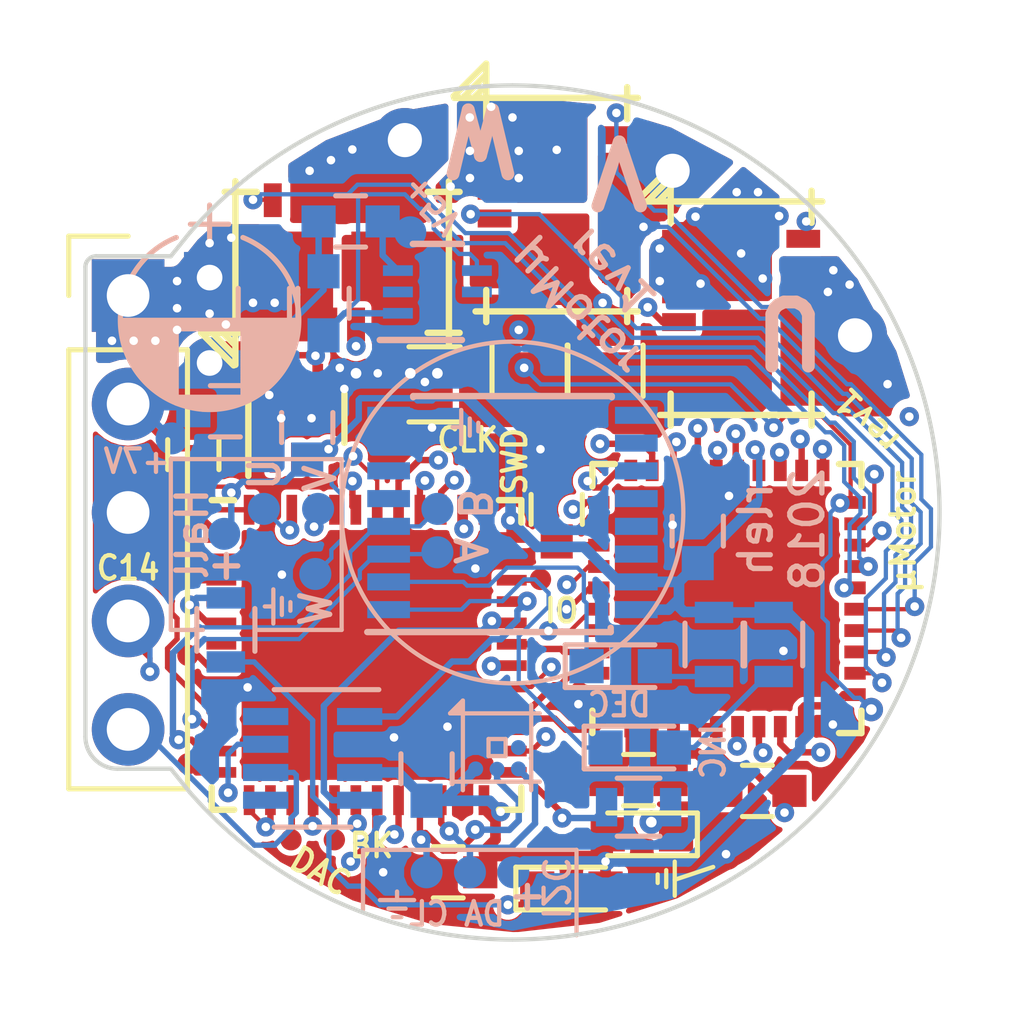
<source format=kicad_pcb>
(kicad_pcb (version 4) (host pcbnew 4.0.6)
  (layers (0 F.Cu signal) (1 In1.Cu power) (2 In2.Cu signal) (31 B.Cu signal) (34 B.Paste user) (35 F.Paste user) (36 B.SilkS user) (37 F.SilkS user) (38 B.Mask user) (39 F.Mask user) (44 Edge.Cuts user))
  (net 0 "")
  (net 1 +6V)
  (net 2 GND)
  (net 3 +24V)
  (net 4 +3V3)
  (net 5 /Motor_Driver/VCP)
  (net 6 /Motor_Driver/CPL)
  (net 7 /Motor_Driver/CPH)
  (net 8 "Net-(D201-Pad2)")
  (net 9 "Net-(D201-Pad1)")
  (net 10 "Net-(D202-Pad2)")
  (net 11 "Net-(D202-Pad1)")
  (net 12 /Microcontroller/LedBlueR)
  (net 13 /Microcontroller/LedRedR)
  (net 14 /CAN/CAN_H)
  (net 15 /CAN/CAN_L)
  (net 16 /Motor_Driver/OUT_U)
  (net 17 /Motor_Driver/OUT_V)
  (net 18 /Motor_Driver/OUT_W)
  (net 19 /Encoder/A)
  (net 20 /Encoder/B)
  (net 21 /Microcontroller/I2C_SCL)
  (net 22 /Microcontroller/I2C_SDA)
  (net 23 /Microcontroller/SWCLK)
  (net 24 /Microcontroller/SWDIO)
  (net 25 /Microcontroller/TX)
  (net 26 "Net-(Q301-Pad4)")
  (net 27 "Net-(Q301-Pad14)")
  (net 28 "Net-(Q301-Pad12)")
  (net 29 "Net-(Q302-Pad4)")
  (net 30 "Net-(Q302-Pad14)")
  (net 31 "Net-(Q302-Pad12)")
  (net 32 "Net-(Q303-Pad4)")
  (net 33 "Net-(Q303-Pad14)")
  (net 34 "Net-(Q303-Pad12)")
  (net 35 /Microcontroller/LedBlue)
  (net 36 /Microcontroller/LedRed)
  (net 37 /Microcontroller/~RST)
  (net 38 /Microcontroller/BK)
  (net 39 /Microcontroller/DAC)
  (net 40 /Microcontroller/SenseW)
  (net 41 /Microcontroller/SenseV)
  (net 42 /Microcontroller/SenseAll)
  (net 43 /Microcontroller/GpioB2)
  (net 44 /Microcontroller/MISO)
  (net 45 /Microcontroller/MOSI)
  (net 46 /Microcontroller/SCK)
  (net 47 /Microcontroller/CS)
  (net 48 /Motor_Driver/ENABLE)
  (net 49 /Microcontroller/GpioB7)
  (net 50 /Motor_Driver/IN_U_P)
  (net 51 /Motor_Driver/IN_U_N)
  (net 52 /Motor_Driver/IN_V_P)
  (net 53 /Motor_Driver/IN_V_N)
  (net 54 /Motor_Driver/IN_W_P)
  (net 55 /Motor_Driver/IN_W_N)
  (net 56 /CAN/CAN_TX)
  (net 57 /CAN/CAN_RX)
  (net 58 /Motor_Driver/3V3_DRV)
  (net 59 /Microcontroller/HallU)
  (net 60 /Microcontroller/HallV)
  (net 61 /Microcontroller/HallW)
  (net 62 +5V)
  (net 63 /Microcontroller/GpioC14)
  (module Measurement_Point_Round-SMD-Pad_Smaller:Measurement_Point_Round-SMD-Pad_Smaller_0.5mm (layer F.Cu) (at 152.4 93.345)
    (fp_text reference TP601 hide)
    (fp_text value ~RST)
    (pad 1 smd circle (at 0 0) (size 0.5 0.5) (layers F.Cu F.Mask) (net 37 /Microcontroller/~RST))
  )
  (module Pin_Headers:Pin_Header_Straight_1x05_Pitch2.54mm (layer F.Cu) (at 151 84.92)
    (fp_text reference J101 hide)
    (fp_text value CAN+PWR)
    (pad 1 thru_hole rect (at 0 0) (size 1.7 1.7) (drill 1) (layers *.Cu *.Mask) (net 3 +24V))
    (pad 2 thru_hole oval (at 0 2.54) (size 1.7 1.7) (drill 1) (layers *.Cu *.Mask) (net 1 +6V))
    (pad 3 thru_hole oval (at 0 5.08) (size 1.7 1.7) (drill 1) (layers *.Cu *.Mask) (net 2 GND))
    (pad 4 thru_hole oval (at 0 7.62) (size 1.7 1.7) (drill 1) (layers *.Cu *.Mask) (net 14 /CAN/CAN_H))
    (pad 5 thru_hole oval (at 0 10.16) (size 1.7 1.7) (drill 1) (layers *.Cu *.Mask) (net 15 /CAN/CAN_L))
  )
  (module Capacitors_SMD:C_0603 (layer B.Cu) (at 153.277 87.63)
    (fp_text reference C101 hide)
    (fp_text value "1µ 16V")
    (pad 1 smd rect (at -0.75 0) (size 0.8 0.75) (layers B.Cu B.Paste B.Mask) (net 1 +6V))
    (pad 2 smd rect (at 0.75 0) (size 0.8 0.75) (layers B.Cu B.Paste B.Mask) (net 2 GND))
  )
  (module Capacitors_SMD:C_0603 (layer B.Cu) (at 155.194 88.011 90)
    (fp_text reference C102 hide)
    (fp_text value "1µ 6V3")
    (pad 1 smd rect (at -0.75 0 90) (size 0.8 0.75) (layers B.Cu B.Paste B.Mask) (net 4 +3V3))
    (pad 2 smd rect (at 0.75 0 90) (size 0.8 0.75) (layers B.Cu B.Paste B.Mask) (net 2 GND))
  )
  (module Capacitors_SMD:C_0603 (layer B.Cu) (at 164.338 90.436 90)
    (fp_text reference C201 hide)
    (fp_text value 100n)
    (pad 1 smd rect (at -0.75 0 90) (size 0.8 0.75) (layers B.Cu B.Paste B.Mask) (net 4 +3V3))
    (pad 2 smd rect (at 0.75 0 90) (size 0.8 0.75) (layers B.Cu B.Paste B.Mask) (net 2 GND))
  )
  (module Capacitors_SMD:C_0603 (layer B.Cu) (at 154.178 85.102 270)
    (fp_text reference C302 hide)
    (fp_text value "100n 50V")
    (pad 1 smd rect (at -0.75 0 270) (size 0.8 0.75) (layers B.Cu B.Paste B.Mask) (net 3 +24V))
    (pad 2 smd rect (at 0.75 0 270) (size 0.8 0.75) (layers B.Cu B.Paste B.Mask) (net 2 GND))
  )
  (module Capacitors_SMD:C_0603 (layer F.Cu) (at 161.036 89.928 90)
    (fp_text reference C303 hide)
    (fp_text value "1µ 6V3 X7R")
    (pad 1 smd rect (at -0.75 0 90) (size 0.8 0.75) (layers F.Cu F.Paste F.Mask) (net 58 /Motor_Driver/3V3_DRV))
    (pad 2 smd rect (at 0.75 0 90) (size 0.8 0.75) (layers F.Cu F.Paste F.Mask) (net 2 GND))
  )
  (module Capacitors_SMD:C_0603 (layer F.Cu) (at 165.735 96.52)
    (fp_text reference C304 hide)
    (fp_text value "1µ 16V X7R")
    (pad 1 smd rect (at -0.75 0) (size 0.8 0.75) (layers F.Cu F.Paste F.Mask) (net 5 /Motor_Driver/VCP))
    (pad 2 smd rect (at 0.75 0) (size 0.8 0.75) (layers F.Cu F.Paste F.Mask) (net 3 +24V))
  )
  (module Capacitors_SMD:C_0603 (layer F.Cu) (at 162.953 96.266)
    (fp_text reference C305 hide)
    (fp_text value "47n 50V X7R")
    (pad 1 smd rect (at -0.75 0) (size 0.8 0.75) (layers F.Cu F.Paste F.Mask) (net 6 /Motor_Driver/CPL))
    (pad 2 smd rect (at 0.75 0) (size 0.8 0.75) (layers F.Cu F.Paste F.Mask) (net 7 /Motor_Driver/CPH))
  )
  (module Capacitors_SMD:C_0603 (layer B.Cu) (at 157.988 96 90)
    (fp_text reference C401 hide)
    (fp_text value 100n)
    (pad 1 smd rect (at -0.75 0 90) (size 0.8 0.75) (layers B.Cu B.Paste B.Mask) (net 4 +3V3))
    (pad 2 smd rect (at 0.75 0 90) (size 0.8 0.75) (layers B.Cu B.Paste B.Mask) (net 2 GND))
  )
  (module Capacitors_SMD:C_0603 (layer F.Cu) (at 152.527 88.646 90)
    (fp_text reference C601 hide)
    (fp_text value 100n)
    (pad 1 smd rect (at -0.75 0 90) (size 0.8 0.75) (layers F.Cu F.Paste F.Mask) (net 4 +3V3))
    (pad 2 smd rect (at 0.75 0 90) (size 0.8 0.75) (layers F.Cu F.Paste F.Mask) (net 2 GND))
  )
  (module Capacitors_SMD:C_0603 (layer F.Cu) (at 158.496 98.425 180)
    (fp_text reference C602 hide)
    (fp_text value 100n)
    (pad 1 smd rect (at -0.75 0 180) (size 0.8 0.75) (layers F.Cu F.Paste F.Mask) (net 4 +3V3))
    (pad 2 smd rect (at 0.75 0 180) (size 0.8 0.75) (layers F.Cu F.Paste F.Mask) (net 2 GND))
  )
  (module LEDs:LED_0603 (layer B.Cu) (at 162.5345 93.599)
    (fp_text reference D201 hide)
    (fp_text value Red)
    (pad 2 smd rect (at 0.8 0 180) (size 0.8 0.8) (layers B.Cu B.Paste B.Mask) (net 8 "Net-(D201-Pad2)"))
    (pad 1 smd rect (at -0.8 0 180) (size 0.8 0.8) (layers B.Cu B.Paste B.Mask) (net 9 "Net-(D201-Pad1)"))
  )
  (module LEDs:LED_0603 (layer B.Cu) (at 162.979 95.504)
    (fp_text reference D202 hide)
    (fp_text value Yellow)
    (pad 2 smd rect (at 0.8 0 180) (size 0.8 0.8) (layers B.Cu B.Paste B.Mask) (net 10 "Net-(D202-Pad2)"))
    (pad 1 smd rect (at -0.8 0 180) (size 0.8 0.8) (layers B.Cu B.Paste B.Mask) (net 11 "Net-(D202-Pad1)"))
  )
  (module LEDs:LED_0603 (layer F.Cu) (at 163.03 97.536 180)
    (fp_text reference D601 hide)
    (fp_text value Blue)
    (pad 2 smd rect (at 0.8 0) (size 0.8 0.8) (layers F.Cu F.Paste F.Mask) (net 4 +3V3))
    (pad 1 smd rect (at -0.8 0) (size 0.8 0.8) (layers F.Cu F.Paste F.Mask) (net 12 /Microcontroller/LedBlueR))
  )
  (module LEDs:LED_0603 (layer F.Cu) (at 161.379 98.806)
    (fp_text reference D602 hide)
    (fp_text value Red)
    (pad 2 smd rect (at 0.8 0 180) (size 0.8 0.8) (layers F.Cu F.Paste F.Mask) (net 4 +3V3))
    (pad 1 smd rect (at -0.8 0 180) (size 0.8 0.8) (layers F.Cu F.Paste F.Mask) (net 13 /Microcontroller/LedRedR))
  )
  (module Resistors_SMD:R_0603 (layer B.Cu) (at 164.719 93.091 270)
    (fp_text reference R201 hide)
    (fp_text value 1k)
    (pad 1 smd rect (at -0.75 0 270) (size 0.5 0.9) (layers B.Cu B.Paste B.Mask) (net 4 +3V3))
    (pad 2 smd rect (at 0.75 0 270) (size 0.5 0.9) (layers B.Cu B.Paste B.Mask) (net 8 "Net-(D201-Pad2)"))
  )
  (module Resistors_SMD:R_0603 (layer B.Cu) (at 166.116 93.091 270)
    (fp_text reference R202 hide)
    (fp_text value 1k)
    (pad 1 smd rect (at -0.75 0 270) (size 0.5 0.9) (layers B.Cu B.Paste B.Mask) (net 4 +3V3))
    (pad 2 smd rect (at 0.75 0 270) (size 0.5 0.9) (layers B.Cu B.Paste B.Mask) (net 10 "Net-(D202-Pad2)"))
  )
  (module Resistors_SMD:R_0603 (layer B.Cu) (at 162.953 96.901)
    (fp_text reference R601 hide)
    (fp_text value 1k)
    (pad 1 smd rect (at -0.75 0) (size 0.5 0.9) (layers B.Cu B.Paste B.Mask) (net 35 /Microcontroller/LedBlue))
    (pad 2 smd rect (at 0.75 0) (size 0.5 0.9) (layers B.Cu B.Paste B.Mask) (net 12 /Microcontroller/LedBlueR))
  )
  (module Resistors_SMD:R_0603 (layer B.Cu) (at 153.289 92.75 270)
    (fp_text reference R602 hide)
    (fp_text value 1k)
    (pad 1 smd rect (at -0.75 0 270) (size 0.5 0.9) (layers B.Cu B.Paste B.Mask) (net 36 /Microcontroller/LedRed))
    (pad 2 smd rect (at 0.75 0 270) (size 0.5 0.9) (layers B.Cu B.Paste B.Mask) (net 13 /Microcontroller/LedRedR))
  )
  (module Housings_DFN_QFN:DFN-6-1EP_2x2mm_Pitch0.5mm (layer F.Cu) (at 154.94 87.793 90)
    (fp_text reference U101 hide)
    (fp_text value NCP4623HMX033TCG)
    (pad 1 smd rect (at -0.925 -0.5 90) (size 0.7 0.25) (layers F.Cu F.Paste F.Mask) (net 1 +6V))
    (pad 2 smd rect (at -0.925 0 90) (size 0.7 0.25) (layers F.Cu F.Paste F.Mask))
    (pad 3 smd rect (at -0.925 0.5 90) (size 0.7 0.25) (layers F.Cu F.Paste F.Mask) (net 4 +3V3))
    (pad 4 smd rect (at 0.925 0.5 90) (size 0.7 0.25) (layers F.Cu F.Paste F.Mask) (net 1 +6V))
    (pad 5 smd rect (at 0.925 0 90) (size 0.7 0.25) (layers F.Cu F.Paste F.Mask))
    (pad 6 smd rect (at 0.925 -0.5 90) (size 0.7 0.25) (layers F.Cu F.Paste F.Mask) (net 2 GND))
    (pad 7 smd rect (at 0 0.355 90) (size 0.61 0.71) (layers F.Cu F.Paste F.Mask) (net 2 GND))
    (pad 7 smd rect (at 0 -0.355 90) (size 0.61 0.71) (layers F.Cu F.Paste F.Mask) (net 2 GND))
  )
  (module Housings_SSOP:SSOP-16_4.4x5.2mm_Pitch0.65mm (layer B.Cu) (at 160 90)
    (fp_text reference U201 hide)
    (fp_text value AS5045B)
    (pad 1 smd rect (at -2.9 2.275) (size 1 0.4) (layers B.Cu B.Paste B.Mask) (net 11 "Net-(D202-Pad1)"))
    (pad 2 smd rect (at -2.9 1.625) (size 1 0.4) (layers B.Cu B.Paste B.Mask) (net 9 "Net-(D201-Pad1)"))
    (pad 3 smd rect (at -2.9 0.975) (size 1 0.4) (layers B.Cu B.Paste B.Mask) (net 19 /Encoder/A))
    (pad 4 smd rect (at -2.9 0.325) (size 1 0.4) (layers B.Cu B.Paste B.Mask) (net 20 /Encoder/B))
    (pad 5 smd rect (at -2.9 -0.325) (size 1 0.4) (layers B.Cu B.Paste B.Mask))
    (pad 6 smd rect (at -2.9 -0.975) (size 1 0.4) (layers B.Cu B.Paste B.Mask))
    (pad 7 smd rect (at -2.9 -1.625) (size 1 0.4) (layers B.Cu B.Paste B.Mask) (net 2 GND))
    (pad 8 smd rect (at -2.9 -2.275) (size 1 0.4) (layers B.Cu B.Paste B.Mask) (net 2 GND))
    (pad 9 smd rect (at 2.9 -2.275) (size 1 0.4) (layers B.Cu B.Paste B.Mask))
    (pad 10 smd rect (at 2.9 -1.625) (size 1 0.4) (layers B.Cu B.Paste B.Mask))
    (pad 11 smd rect (at 2.9 -0.975) (size 1 0.4) (layers B.Cu B.Paste B.Mask))
    (pad 12 smd rect (at 2.9 -0.325) (size 1 0.4) (layers B.Cu B.Paste B.Mask))
    (pad 13 smd rect (at 2.9 0.325) (size 1 0.4) (layers B.Cu B.Paste B.Mask))
    (pad 14 smd rect (at 2.9 0.975) (size 1 0.4) (layers B.Cu B.Paste B.Mask))
    (pad 15 smd rect (at 2.9 1.625) (size 1 0.4) (layers B.Cu B.Paste B.Mask) (net 4 +3V3))
    (pad 16 smd rect (at 2.9 2.275) (size 1 0.4) (layers B.Cu B.Paste B.Mask) (net 4 +3V3))
  )
  (module Housings_DFN_QFN:QFN-40-1EP_6x6mm_Pitch0.5mm (layer F.Cu) (at 165.021 92.015 90)
    (fp_text reference U301 hide)
    (fp_text value DRV8323S)
    (pad 1 smd rect (at -3 -2.25 90) (size 0.5 0.3) (layers F.Cu F.Paste F.Mask) (net 6 /Motor_Driver/CPL))
    (pad 2 smd rect (at -3 -1.75 90) (size 0.5 0.3) (layers F.Cu F.Paste F.Mask) (net 7 /Motor_Driver/CPH))
    (pad 3 smd rect (at -3 -1.25 90) (size 0.5 0.3) (layers F.Cu F.Paste F.Mask) (net 5 /Motor_Driver/VCP))
    (pad 4 smd rect (at -3 -0.75 90) (size 0.5 0.3) (layers F.Cu F.Paste F.Mask) (net 3 +24V))
    (pad 5 smd rect (at -3 -0.25 90) (size 0.5 0.3) (layers F.Cu F.Paste F.Mask) (net 3 +24V))
    (pad 6 smd rect (at -3 0.25 90) (size 0.5 0.3) (layers F.Cu F.Paste F.Mask) (net 34 "Net-(Q303-Pad12)"))
    (pad 7 smd rect (at -3 0.75 90) (size 0.5 0.3) (layers F.Cu F.Paste F.Mask) (net 16 /Motor_Driver/OUT_U))
    (pad 8 smd rect (at -3 1.25 90) (size 0.5 0.3) (layers F.Cu F.Paste F.Mask) (net 32 "Net-(Q303-Pad4)"))
    (pad 9 smd rect (at -3 1.75 90) (size 0.5 0.3) (layers F.Cu F.Paste F.Mask) (net 33 "Net-(Q303-Pad14)"))
    (pad 10 smd rect (at -3 2.25 90) (size 0.5 0.3) (layers F.Cu F.Paste F.Mask) (net 2 GND))
    (pad 11 smd rect (at -2.25 3 180) (size 0.5 0.3) (layers F.Cu F.Paste F.Mask) (net 33 "Net-(Q303-Pad14)"))
    (pad 12 smd rect (at -1.75 3 180) (size 0.5 0.3) (layers F.Cu F.Paste F.Mask) (net 30 "Net-(Q302-Pad14)"))
    (pad 13 smd rect (at -1.25 3 180) (size 0.5 0.3) (layers F.Cu F.Paste F.Mask) (net 29 "Net-(Q302-Pad4)"))
    (pad 14 smd rect (at -0.75 3 180) (size 0.5 0.3) (layers F.Cu F.Paste F.Mask) (net 17 /Motor_Driver/OUT_V))
    (pad 15 smd rect (at -0.25 3 180) (size 0.5 0.3) (layers F.Cu F.Paste F.Mask) (net 31 "Net-(Q302-Pad12)"))
    (pad 16 smd rect (at 0.25 3 180) (size 0.5 0.3) (layers F.Cu F.Paste F.Mask) (net 28 "Net-(Q301-Pad12)"))
    (pad 17 smd rect (at 0.75 3 180) (size 0.5 0.3) (layers F.Cu F.Paste F.Mask) (net 18 /Motor_Driver/OUT_W))
    (pad 18 smd rect (at 1.25 3 180) (size 0.5 0.3) (layers F.Cu F.Paste F.Mask) (net 26 "Net-(Q301-Pad4)"))
    (pad 19 smd rect (at 1.75 3 180) (size 0.5 0.3) (layers F.Cu F.Paste F.Mask) (net 27 "Net-(Q301-Pad14)"))
    (pad 20 smd rect (at 2.25 3 180) (size 0.5 0.3) (layers F.Cu F.Paste F.Mask) (net 33 "Net-(Q303-Pad14)"))
    (pad 21 smd rect (at 3 2.25 90) (size 0.5 0.3) (layers F.Cu F.Paste F.Mask) (net 40 /Microcontroller/SenseW))
    (pad 22 smd rect (at 3 1.75 90) (size 0.5 0.3) (layers F.Cu F.Paste F.Mask) (net 41 /Microcontroller/SenseV))
    (pad 23 smd rect (at 3 1.25 90) (size 0.5 0.3) (layers F.Cu F.Paste F.Mask) (net 42 /Microcontroller/SenseAll))
    (pad 24 smd rect (at 3 0.75 90) (size 0.5 0.3) (layers F.Cu F.Paste F.Mask) (net 4 +3V3))
    (pad 25 smd rect (at 3 0.25 90) (size 0.5 0.3) (layers F.Cu F.Paste F.Mask) (net 43 /Microcontroller/GpioB2))
    (pad 26 smd rect (at 3 -0.25 90) (size 0.5 0.3) (layers F.Cu F.Paste F.Mask) (net 44 /Microcontroller/MISO))
    (pad 27 smd rect (at 3 -0.75 90) (size 0.5 0.3) (layers F.Cu F.Paste F.Mask) (net 45 /Microcontroller/MOSI))
    (pad 28 smd rect (at 3 -1.25 90) (size 0.5 0.3) (layers F.Cu F.Paste F.Mask) (net 46 /Microcontroller/SCK))
    (pad 29 smd rect (at 3 -1.75 90) (size 0.5 0.3) (layers F.Cu F.Paste F.Mask) (net 47 /Microcontroller/CS))
    (pad 30 smd rect (at 3 -2.25 90) (size 0.5 0.3) (layers F.Cu F.Paste F.Mask) (net 48 /Motor_Driver/ENABLE))
    (pad 31 smd rect (at 2.25 -3 180) (size 0.5 0.3) (layers F.Cu F.Paste F.Mask) (net 49 /Microcontroller/GpioB7))
    (pad 32 smd rect (at 1.75 -3 180) (size 0.5 0.3) (layers F.Cu F.Paste F.Mask) (net 2 GND))
    (pad 33 smd rect (at 1.25 -3 180) (size 0.5 0.3) (layers F.Cu F.Paste F.Mask) (net 58 /Motor_Driver/3V3_DRV))
    (pad 34 smd rect (at 0.75 -3 180) (size 0.5 0.3) (layers F.Cu F.Paste F.Mask) (net 50 /Motor_Driver/IN_U_P))
    (pad 35 smd rect (at 0.25 -3 180) (size 0.5 0.3) (layers F.Cu F.Paste F.Mask) (net 51 /Motor_Driver/IN_U_N))
    (pad 36 smd rect (at -0.25 -3 180) (size 0.5 0.3) (layers F.Cu F.Paste F.Mask) (net 52 /Motor_Driver/IN_V_P))
    (pad 37 smd rect (at -0.75 -3 180) (size 0.5 0.3) (layers F.Cu F.Paste F.Mask) (net 53 /Motor_Driver/IN_V_N))
    (pad 38 smd rect (at -1.25 -3 180) (size 0.5 0.3) (layers F.Cu F.Paste F.Mask) (net 54 /Motor_Driver/IN_W_P))
    (pad 39 smd rect (at -1.75 -3 180) (size 0.5 0.3) (layers F.Cu F.Paste F.Mask) (net 55 /Motor_Driver/IN_W_N))
    (pad 40 smd rect (at -2.25 -3 180) (size 0.5 0.3) (layers F.Cu F.Paste F.Mask) (net 2 GND))
    (pad 41 smd rect (at 1.725 1.725 90) (size 1.15 1.15) (layers F.Cu F.Paste F.Mask) (net 2 GND))
    (pad 41 smd rect (at 1.725 0.575 90) (size 1.15 1.15) (layers F.Cu F.Paste F.Mask) (net 2 GND))
    (pad 41 smd rect (at 1.725 -0.575 90) (size 1.15 1.15) (layers F.Cu F.Paste F.Mask) (net 2 GND))
    (pad 41 smd rect (at 1.725 -1.725 90) (size 1.15 1.15) (layers F.Cu F.Paste F.Mask) (net 2 GND))
    (pad 41 smd rect (at 0.575 1.725 90) (size 1.15 1.15) (layers F.Cu F.Paste F.Mask) (net 2 GND))
    (pad 41 smd rect (at 0.575 0.575 90) (size 1.15 1.15) (layers F.Cu F.Paste F.Mask) (net 2 GND))
    (pad 41 smd rect (at 0.575 -0.575 90) (size 1.15 1.15) (layers F.Cu F.Paste F.Mask) (net 2 GND))
    (pad 41 smd rect (at 0.575 -1.725 90) (size 1.15 1.15) (layers F.Cu F.Paste F.Mask) (net 2 GND))
    (pad 41 smd rect (at -0.575 1.725 90) (size 1.15 1.15) (layers F.Cu F.Paste F.Mask) (net 2 GND))
    (pad 41 smd rect (at -0.575 0.575 90) (size 1.15 1.15) (layers F.Cu F.Paste F.Mask) (net 2 GND))
    (pad 41 smd rect (at -0.575 -0.575 90) (size 1.15 1.15) (layers F.Cu F.Paste F.Mask) (net 2 GND))
    (pad 41 smd rect (at -0.575 -1.725 90) (size 1.15 1.15) (layers F.Cu F.Paste F.Mask) (net 2 GND))
    (pad 41 smd rect (at -1.725 1.725 90) (size 1.15 1.15) (layers F.Cu F.Paste F.Mask) (net 2 GND))
    (pad 41 smd rect (at -1.725 0.575 90) (size 1.15 1.15) (layers F.Cu F.Paste F.Mask) (net 2 GND))
    (pad 41 smd rect (at -1.725 -0.575 90) (size 1.15 1.15) (layers F.Cu F.Paste F.Mask) (net 2 GND))
    (pad 41 smd rect (at -1.725 -1.725 90) (size 1.15 1.15) (layers F.Cu F.Paste F.Mask) (net 2 GND))
  )
  (module TO_SOT_Packages_SMD:SOT-23-8 (layer B.Cu) (at 155.321 95.758 180)
    (fp_text reference U401 hide)
    (fp_text value TCAN330)
    (pad 1 smd rect (at -1.1 0.98 180) (size 1.06 0.4) (layers B.Cu B.Paste B.Mask) (net 56 /CAN/CAN_TX))
    (pad 2 smd rect (at -1.1 0.33 180) (size 1.06 0.4) (layers B.Cu B.Paste B.Mask) (net 2 GND))
    (pad 3 smd rect (at -1.1 -0.33 180) (size 1.06 0.4) (layers B.Cu B.Paste B.Mask) (net 4 +3V3))
    (pad 4 smd rect (at -1.1 -0.98 180) (size 1.06 0.4) (layers B.Cu B.Paste B.Mask) (net 57 /CAN/CAN_RX))
    (pad 5 smd rect (at 1.1 -0.98 180) (size 1.06 0.4) (layers B.Cu B.Paste B.Mask))
    (pad 6 smd rect (at 1.1 -0.33 180) (size 1.06 0.4) (layers B.Cu B.Paste B.Mask) (net 15 /CAN/CAN_L))
    (pad 7 smd rect (at 1.1 0.33 180) (size 1.06 0.4) (layers B.Cu B.Paste B.Mask) (net 14 /CAN/CAN_H))
    (pad 8 smd rect (at 1.1 0.98 180) (size 1.06 0.4) (layers B.Cu B.Paste B.Mask))
  )
  (module Housings_DFN_QFN:QFN-48-1EP_7x7mm_Pitch0.5mm (layer F.Cu) (at 156.58225 93.33625)
    (fp_text reference U601 hide)
    (fp_text value "STM32L433C(B-C)Ux_u")
    (pad 1 smd rect (at -3.4 -2.75) (size 0.7 0.25) (layers F.Cu F.Paste F.Mask) (net 4 +3V3))
    (pad 2 smd rect (at -3.4 -2.25) (size 0.7 0.25) (layers F.Cu F.Paste F.Mask))
    (pad 3 smd rect (at -3.4 -1.75) (size 0.7 0.25) (layers F.Cu F.Paste F.Mask) (net 63 /Microcontroller/GpioC14))
    (pad 4 smd rect (at -3.4 -1.25) (size 0.7 0.25) (layers F.Cu F.Paste F.Mask))
    (pad 5 smd rect (at -3.4 -0.75) (size 0.7 0.25) (layers F.Cu F.Paste F.Mask) (net 36 /Microcontroller/LedRed))
    (pad 6 smd rect (at -3.4 -0.25) (size 0.7 0.25) (layers F.Cu F.Paste F.Mask))
    (pad 7 smd rect (at -3.4 0.25) (size 0.7 0.25) (layers F.Cu F.Paste F.Mask) (net 37 /Microcontroller/~RST))
    (pad 8 smd rect (at -3.4 0.75) (size 0.7 0.25) (layers F.Cu F.Paste F.Mask) (net 2 GND))
    (pad 9 smd rect (at -3.4 1.25) (size 0.7 0.25) (layers F.Cu F.Paste F.Mask) (net 4 +3V3))
    (pad 10 smd rect (at -3.4 1.75) (size 0.7 0.25) (layers F.Cu F.Paste F.Mask) (net 19 /Encoder/A))
    (pad 11 smd rect (at -3.4 2.25) (size 0.7 0.25) (layers F.Cu F.Paste F.Mask) (net 20 /Encoder/B))
    (pad 12 smd rect (at -3.4 2.75) (size 0.7 0.25) (layers F.Cu F.Paste F.Mask) (net 25 /Microcontroller/TX))
    (pad 13 smd rect (at -2.75 3.4 90) (size 0.7 0.25) (layers F.Cu F.Paste F.Mask) (net 42 /Microcontroller/SenseAll))
    (pad 14 smd rect (at -2.25 3.4 90) (size 0.7 0.25) (layers F.Cu F.Paste F.Mask) (net 42 /Microcontroller/SenseAll))
    (pad 15 smd rect (at -1.75 3.4 90) (size 0.7 0.25) (layers F.Cu F.Paste F.Mask) (net 39 /Microcontroller/DAC))
    (pad 16 smd rect (at -1.25 3.4 90) (size 0.7 0.25) (layers F.Cu F.Paste F.Mask) (net 41 /Microcontroller/SenseV))
    (pad 17 smd rect (at -0.75 3.4 90) (size 0.7 0.25) (layers F.Cu F.Paste F.Mask) (net 38 /Microcontroller/BK))
    (pad 18 smd rect (at -0.25 3.4 90) (size 0.7 0.25) (layers F.Cu F.Paste F.Mask) (net 40 /Microcontroller/SenseW))
    (pad 19 smd rect (at 0.25 3.4 90) (size 0.7 0.25) (layers F.Cu F.Paste F.Mask) (net 48 /Motor_Driver/ENABLE))
    (pad 20 smd rect (at 0.75 3.4 90) (size 0.7 0.25) (layers F.Cu F.Paste F.Mask) (net 43 /Microcontroller/GpioB2))
    (pad 21 smd rect (at 1.25 3.4 90) (size 0.7 0.25) (layers F.Cu F.Paste F.Mask) (net 21 /Microcontroller/I2C_SCL))
    (pad 22 smd rect (at 1.75 3.4 90) (size 0.7 0.25) (layers F.Cu F.Paste F.Mask) (net 22 /Microcontroller/I2C_SDA))
    (pad 23 smd rect (at 2.25 3.4 90) (size 0.7 0.25) (layers F.Cu F.Paste F.Mask) (net 2 GND))
    (pad 24 smd rect (at 2.75 3.4 90) (size 0.7 0.25) (layers F.Cu F.Paste F.Mask) (net 4 +3V3))
    (pad 25 smd rect (at 3.4 2.75) (size 0.7 0.25) (layers F.Cu F.Paste F.Mask) (net 35 /Microcontroller/LedBlue))
    (pad 26 smd rect (at 3.4 2.25) (size 0.7 0.25) (layers F.Cu F.Paste F.Mask) (net 51 /Motor_Driver/IN_U_N))
    (pad 27 smd rect (at 3.4 1.75) (size 0.7 0.25) (layers F.Cu F.Paste F.Mask) (net 53 /Motor_Driver/IN_V_N))
    (pad 28 smd rect (at 3.4 1.25) (size 0.7 0.25) (layers F.Cu F.Paste F.Mask) (net 55 /Motor_Driver/IN_W_N))
    (pad 29 smd rect (at 3.4 0.75) (size 0.7 0.25) (layers F.Cu F.Paste F.Mask) (net 50 /Motor_Driver/IN_U_P))
    (pad 30 smd rect (at 3.4 0.25) (size 0.7 0.25) (layers F.Cu F.Paste F.Mask) (net 52 /Motor_Driver/IN_V_P))
    (pad 31 smd rect (at 3.4 -0.25) (size 0.7 0.25) (layers F.Cu F.Paste F.Mask) (net 54 /Motor_Driver/IN_W_P))
    (pad 32 smd rect (at 3.4 -0.75) (size 0.7 0.25) (layers F.Cu F.Paste F.Mask) (net 57 /CAN/CAN_RX))
    (pad 33 smd rect (at 3.4 -1.25) (size 0.7 0.25) (layers F.Cu F.Paste F.Mask) (net 56 /CAN/CAN_TX))
    (pad 34 smd rect (at 3.4 -1.75) (size 0.7 0.25) (layers F.Cu F.Paste F.Mask) (net 24 /Microcontroller/SWDIO))
    (pad 35 smd rect (at 3.4 -2.25) (size 0.7 0.25) (layers F.Cu F.Paste F.Mask) (net 2 GND))
    (pad 36 smd rect (at 3.4 -2.75) (size 0.7 0.25) (layers F.Cu F.Paste F.Mask) (net 4 +3V3))
    (pad 37 smd rect (at 2.75 -3.4 90) (size 0.7 0.25) (layers F.Cu F.Paste F.Mask) (net 23 /Microcontroller/SWCLK))
    (pad 38 smd rect (at 2.25 -3.4 90) (size 0.7 0.25) (layers F.Cu F.Paste F.Mask) (net 47 /Microcontroller/CS))
    (pad 39 smd rect (at 1.75 -3.4 90) (size 0.7 0.25) (layers F.Cu F.Paste F.Mask) (net 46 /Microcontroller/SCK))
    (pad 40 smd rect (at 1.25 -3.4 90) (size 0.7 0.25) (layers F.Cu F.Paste F.Mask) (net 44 /Microcontroller/MISO))
    (pad 41 smd rect (at 0.75 -3.4 90) (size 0.7 0.25) (layers F.Cu F.Paste F.Mask) (net 45 /Microcontroller/MOSI))
    (pad 42 smd rect (at 0.25 -3.4 90) (size 0.7 0.25) (layers F.Cu F.Paste F.Mask) (net 61 /Microcontroller/HallW))
    (pad 43 smd rect (at -0.25 -3.4 90) (size 0.7 0.25) (layers F.Cu F.Paste F.Mask) (net 49 /Microcontroller/GpioB7))
    (pad 44 smd rect (at -0.75 -3.4 90) (size 0.7 0.25) (layers F.Cu F.Paste F.Mask))
    (pad 45 smd rect (at -1.25 -3.4 90) (size 0.7 0.25) (layers F.Cu F.Paste F.Mask) (net 60 /Microcontroller/HallV))
    (pad 46 smd rect (at -1.75 -3.4 90) (size 0.7 0.25) (layers F.Cu F.Paste F.Mask) (net 59 /Microcontroller/HallU))
    (pad 47 smd rect (at -2.25 -3.4 90) (size 0.7 0.25) (layers F.Cu F.Paste F.Mask) (net 2 GND))
    (pad 48 smd rect (at -2.75 -3.4 90) (size 0.7 0.25) (layers F.Cu F.Paste F.Mask) (net 4 +3V3))
    (pad 49 smd rect (at 1.93125 1.93125) (size 1.2875 1.2875) (layers F.Cu F.Paste F.Mask) (net 2 GND))
    (pad 49 smd rect (at 1.93125 0.64375) (size 1.2875 1.2875) (layers F.Cu F.Paste F.Mask) (net 2 GND))
    (pad 49 smd rect (at 1.93125 -0.64375) (size 1.2875 1.2875) (layers F.Cu F.Paste F.Mask) (net 2 GND))
    (pad 49 smd rect (at 1.93125 -1.93125) (size 1.2875 1.2875) (layers F.Cu F.Paste F.Mask) (net 2 GND))
    (pad 49 smd rect (at 0.64375 1.93125) (size 1.2875 1.2875) (layers F.Cu F.Paste F.Mask) (net 2 GND))
    (pad 49 smd rect (at 0.64375 0.64375) (size 1.2875 1.2875) (layers F.Cu F.Paste F.Mask) (net 2 GND))
    (pad 49 smd rect (at 0.64375 -0.64375) (size 1.2875 1.2875) (layers F.Cu F.Paste F.Mask) (net 2 GND))
    (pad 49 smd rect (at 0.64375 -1.93125) (size 1.2875 1.2875) (layers F.Cu F.Paste F.Mask) (net 2 GND))
    (pad 49 smd rect (at -0.64375 1.93125) (size 1.2875 1.2875) (layers F.Cu F.Paste F.Mask) (net 2 GND))
    (pad 49 smd rect (at -0.64375 0.64375) (size 1.2875 1.2875) (layers F.Cu F.Paste F.Mask) (net 2 GND))
    (pad 49 smd rect (at -0.64375 -0.64375) (size 1.2875 1.2875) (layers F.Cu F.Paste F.Mask) (net 2 GND))
    (pad 49 smd rect (at -0.64375 -1.93125) (size 1.2875 1.2875) (layers F.Cu F.Paste F.Mask) (net 2 GND))
    (pad 49 smd rect (at -1.93125 1.93125) (size 1.2875 1.2875) (layers F.Cu F.Paste F.Mask) (net 2 GND))
    (pad 49 smd rect (at -1.93125 0.64375) (size 1.2875 1.2875) (layers F.Cu F.Paste F.Mask) (net 2 GND))
    (pad 49 smd rect (at -1.93125 -0.64375) (size 1.2875 1.2875) (layers F.Cu F.Paste F.Mask) (net 2 GND))
    (pad 49 smd rect (at -1.93125 -1.93125) (size 1.2875 1.2875) (layers F.Cu F.Paste F.Mask) (net 2 GND))
  )
  (module Capacitors_THT:CP_Radial_D4.0mm_P2.00mm (layer B.Cu) (at 152.908 84.5 270)
    (fp_text reference C301 hide)
    (fp_text value ">10µ 35V")
    (pad 1 thru_hole rect (at 0 0 270) (size 1.2 1.2) (drill 0.6) (layers *.Cu *.Mask) (net 3 +24V))
    (pad 2 thru_hole circle (at 2 0 270) (size 1.2 1.2) (drill 0.6) (layers *.Cu *.Mask) (net 2 GND))
  )
  (module WCSP-8_1.6x1.6mm_P0.5mm:WCSP-8_1.6x1.6mm_P0.5mm (layer B.Cu) (at 159.639 95.504 270)
    (fp_text reference U501 hide)
    (fp_text value TMP006)
    (pad C3 smd circle (at 0.5 -0.5 270) (size 0.35 0.35) (layers B.Cu) (net 22 /Microcontroller/I2C_SDA))
    (pad C2 smd circle (at 0 -0.5 270) (size 0.35 0.35) (layers B.Cu))
    (pad C1 smd circle (at -0.5 -0.5 270) (size 0.35 0.35) (layers B.Cu) (net 2 GND))
    (pad B1 smd circle (at -0.5 0 270) (size 0.35 0.35) (layers B.Cu) (net 2 GND))
    (pad A1 smd circle (at -0.5 0.5 270) (size 0.35 0.35) (layers B.Cu) (net 2 GND))
    (pad A2 smd circle (at 0 0.5 270) (size 0.35 0.35) (layers B.Cu) (net 2 GND))
    (pad A3 smd circle (at 0.5 0.5 270) (size 0.35 0.35) (layers B.Cu) (net 4 +3V3))
    (pad B3 smd circle (at 0.508 0 270) (size 0.35 0.35) (layers B.Cu) (net 21 /Microcontroller/I2C_SCL))
  )
  (module Measurement_Points:Measurement_Point_Round-TH_Small (layer F.Cu) (at 168.021 85.852)
    (fp_text reference J102 hide)
    (fp_text value U)
    (pad 1 thru_hole circle (at 0 0) (size 1.5 1.5) (drill 0.8) (layers *.Cu *.Mask) (net 16 /Motor_Driver/OUT_U))
  )
  (module Measurement_Points:Measurement_Point_Round-TH_Small (layer F.Cu) (at 163.75 82)
    (fp_text reference J103 hide)
    (fp_text value V)
    (pad 1 thru_hole circle (at 0 0) (size 1.5 1.5) (drill 0.8) (layers *.Cu *.Mask) (net 17 /Motor_Driver/OUT_V))
  )
  (module Measurement_Points:Measurement_Point_Round-TH_Small (layer F.Cu) (at 157.48 81.28)
    (fp_text reference J104 hide)
    (fp_text value W)
    (pad 1 thru_hole circle (at 0 0) (size 1.5 1.5) (drill 0.8) (layers *.Cu *.Mask) (net 18 /Motor_Driver/OUT_W))
  )
  (module Measurement_Point_Round-SMD-Pad_Smaller:Measurement_Point_Round-SMD-Pad_Smaller_0.75mm (layer B.Cu) (at 154.178 89.916)
    (fp_text reference J105 hide)
    (fp_text value U)
    (pad 1 smd circle (at 0 0) (size 0.75 0.75) (layers B.Cu B.Mask) (net 59 /Microcontroller/HallU))
  )
  (module Measurement_Point_Round-SMD-Pad_Smaller:Measurement_Point_Round-SMD-Pad_Smaller_0.75mm (layer B.Cu) (at 155.448 89.916)
    (fp_text reference J106 hide)
    (fp_text value V)
    (pad 1 smd circle (at 0 0) (size 0.75 0.75) (layers B.Cu B.Mask) (net 60 /Microcontroller/HallV))
  )
  (module Measurement_Point_Round-SMD-Pad_Smaller:Measurement_Point_Round-SMD-Pad_Smaller_0.75mm (layer B.Cu) (at 155.3845 91.44)
    (fp_text reference J107 hide)
    (fp_text value W)
    (pad 1 smd circle (at 0 0) (size 0.75 0.75) (layers B.Cu B.Mask) (net 61 /Microcontroller/HallW))
  )
  (module Measurement_Point_Round-SMD-Pad_Smaller:Measurement_Point_Round-SMD-Pad_Smaller_0.75mm (layer B.Cu) (at 158.242 90.932)
    (fp_text reference J201 hide)
    (fp_text value A)
    (pad 1 smd circle (at 0 0) (size 0.75 0.75) (layers B.Cu B.Mask) (net 19 /Encoder/A))
  )
  (module Measurement_Point_Round-SMD-Pad_Smaller:Measurement_Point_Round-SMD-Pad_Smaller_0.75mm (layer B.Cu) (at 158.242 89.916)
    (fp_text reference J202 hide)
    (fp_text value B)
    (pad 1 smd circle (at 0 0) (size 0.75 0.75) (layers B.Cu B.Mask) (net 20 /Encoder/B))
  )
  (module Measurement_Point_Round-SMD-Pad_Smaller:Measurement_Point_Round-SMD-Pad_Smaller_0.75mm (layer B.Cu) (at 152.019 88.265)
    (fp_text reference J203 hide)
    (fp_text value 6V)
    (pad 1 smd circle (at 0 0) (size 0.75 0.75) (layers B.Cu B.Mask) (net 1 +6V))
  )
  (module Measurement_Point_Round-SMD-Pad_Smaller:Measurement_Point_Round-SMD-Pad_Smaller_0.75mm (layer B.Cu) (at 158.115 88.011)
    (fp_text reference J204 hide)
    (fp_text value GND)
    (pad 1 smd circle (at 0 0) (size 0.75 0.75) (layers B.Cu B.Mask) (net 2 GND))
  )
  (module Measurement_Point_Round-SMD-Pad_Smaller:Measurement_Point_Round-SMD-Pad_Smaller_0.75mm (layer B.Cu) (at 157.988 98.425)
    (fp_text reference J501 hide)
    (fp_text value SCL)
    (pad 1 smd circle (at 0 0) (size 0.75 0.75) (layers B.Cu B.Mask) (net 21 /Microcontroller/I2C_SCL))
  )
  (module Measurement_Point_Round-SMD-Pad_Smaller:Measurement_Point_Round-SMD-Pad_Smaller_0.75mm (layer B.Cu) (at 159.004 98.425)
    (fp_text reference J502 hide)
    (fp_text value SDA)
    (pad 1 smd circle (at 0 0) (size 0.75 0.75) (layers B.Cu B.Mask) (net 22 /Microcontroller/I2C_SDA))
  )
  (module Measurement_Point_Round-SMD-Pad_Smaller:Measurement_Point_Round-SMD-Pad_Smaller_0.75mm (layer F.Cu) (at 165 98)
    (fp_text reference J601 hide)
    (fp_text value GND)
    (pad 1 smd circle (at 0 0) (size 0.75 0.75) (layers F.Cu F.Mask) (net 2 GND))
  )
  (module Measurement_Point_Round-SMD-Pad_Smaller:Measurement_Point_Round-SMD-Pad_Smaller_0.5mm (layer F.Cu) (at 159.131 88.9)
    (fp_text reference J602 hide)
    (fp_text value SWCLK)
    (pad 1 smd circle (at 0 0) (size 0.5 0.5) (layers F.Cu F.Mask) (net 23 /Microcontroller/SWCLK))
  )
  (module Measurement_Point_Round-SMD-Pad_Smaller:Measurement_Point_Round-SMD-Pad_Smaller_0.5mm (layer F.Cu) (at 160.655 91.567)
    (fp_text reference J603 hide)
    (fp_text value SWDIO)
    (pad 1 smd circle (at 0 0) (size 0.5 0.5) (layers F.Cu F.Mask) (net 24 /Microcontroller/SWDIO))
  )
  (module Measurement_Point_Round-SMD-Pad_Smaller:Measurement_Point_Round-SMD-Pad_Smaller_0.5mm (layer F.Cu) (at 152.4 95.885)
    (fp_text reference J604 hide)
    (fp_text value TX)
    (pad 1 smd circle (at 0 0) (size 0.5 0.5) (layers F.Cu F.Mask) (net 25 /Microcontroller/TX))
  )
  (module Measurement_Point_Round-SMD-Pad_Smaller:Measurement_Point_Round-SMD-Pad_Smaller_0.5mm (layer F.Cu) (at 155.829 97.663)
    (fp_text reference TP602 hide)
    (fp_text value BK)
    (pad 1 smd circle (at 0 0) (size 0.5 0.5) (layers F.Cu F.Mask) (net 38 /Microcontroller/BK))
  )
  (module Measurement_Point_Round-SMD-Pad_Smaller:Measurement_Point_Round-SMD-Pad_Smaller_0.5mm (layer F.Cu) (at 154.813 97.663)
    (fp_text reference TP603 hide)
    (fp_text value DAC)
    (pad 1 smd circle (at 0 0) (size 0.5 0.5) (layers F.Cu F.Mask) (net 39 /Microcontroller/DAC))
  )
  (module Measurement_Point_Round-SMD-Pad_Smaller:Measurement_Point_Round-SMD-Pad_Smaller_0.75mm (layer B.Cu) (at 160.02 98.425)
    (fp_text reference J503 hide)
    (fp_text value 3V3)
    (pad 1 smd circle (at 0 0) (size 0.75 0.75) (layers B.Cu B.Mask) (net 4 +3V3))
  )
  (module Measurement_Point_Round-SMD-Pad_Smaller:Measurement_Point_Round-SMD-Pad_Smaller_0.75mm (layer B.Cu) (at 156.972 98.425 180)
    (fp_text reference J504 hide)
    (fp_text value GND)
    (pad 1 smd circle (at 0 0 180) (size 0.75 0.75) (layers B.Cu B.Mask) (net 2 GND))
  )
  (module Capacitors_SMD:C_0603 (layer B.Cu) (at 155.575 85.102 90)
    (fp_text reference C103 hide)
    (fp_text value "1µ 16V")
    (pad 1 smd rect (at -0.75 0 90) (size 0.8 0.75) (layers B.Cu B.Paste B.Mask) (net 1 +6V))
    (pad 2 smd rect (at 0.75 0 90) (size 0.8 0.75) (layers B.Cu B.Paste B.Mask) (net 2 GND))
  )
  (module Capacitors_SMD:C_0603 (layer B.Cu) (at 156.21 83.185 180)
    (fp_text reference C104 hide)
    (fp_text value "1µ 6V3")
    (pad 1 smd rect (at -0.75 0 180) (size 0.8 0.75) (layers B.Cu B.Paste B.Mask) (net 62 +5V))
    (pad 2 smd rect (at 0.75 0 180) (size 0.8 0.75) (layers B.Cu B.Paste B.Mask) (net 2 GND))
  )
  (module Housings_DFN_QFN:DFN-6-1EP_2x2mm_Pitch0.5mm (layer B.Cu) (at 158.242 84.836)
    (fp_text reference U102 hide)
    (fp_text value NCP4623HMX050TCG)
    (pad 1 smd rect (at -0.925 0.5) (size 0.7 0.25) (layers B.Cu B.Paste B.Mask) (net 1 +6V))
    (pad 2 smd rect (at -0.925 0) (size 0.7 0.25) (layers B.Cu B.Paste B.Mask))
    (pad 3 smd rect (at -0.925 -0.5) (size 0.7 0.25) (layers B.Cu B.Paste B.Mask) (net 62 +5V))
    (pad 4 smd rect (at 0.925 -0.5) (size 0.7 0.25) (layers B.Cu B.Paste B.Mask) (net 1 +6V))
    (pad 5 smd rect (at 0.925 0) (size 0.7 0.25) (layers B.Cu B.Paste B.Mask))
    (pad 6 smd rect (at 0.925 0.5) (size 0.7 0.25) (layers B.Cu B.Paste B.Mask) (net 2 GND))
    (pad 7 smd rect (at 0 -0.355) (size 0.61 0.71) (layers B.Cu B.Paste B.Mask) (net 2 GND))
    (pad 7 smd rect (at 0 0.355) (size 0.61 0.71) (layers B.Cu B.Paste B.Mask) (net 2 GND))
  )
  (module Measurement_Point_Round-SMD-Pad_Smaller:Measurement_Point_Round-SMD-Pad_Smaller_0.75mm (layer B.Cu) (at 157.607 83.439)
    (fp_text reference J108 hide)
    (fp_text value 5V)
    (pad 1 smd circle (at 0 0) (size 0.75 0.75) (layers B.Cu B.Mask) (net 62 +5V))
  )
  (module Measurement_Point_Round-SMD-Pad_Smaller:Measurement_Point_Round-SMD-Pad_Smaller_0.75mm (layer F.Cu) (at 152.273 91.254001)
    (fp_text reference J110 hide)
    (fp_text value IO)
    (pad 1 smd circle (at 0 0) (size 0.75 0.75) (layers F.Cu F.Mask) (net 63 /Microcontroller/GpioC14))
  )
  (module Measurement_Point_Round-SMD-Pad_Smaller:Measurement_Point_Round-SMD-Pad_Smaller_0.75mm (layer B.Cu) (at 153.25 90.5)
    (fp_text reference J109 hide)
    (fp_text value 3V3)
    (pad 1 smd circle (at 0 0) (size 0.75 0.75) (layers B.Cu B.Mask) (net 4 +3V3))
  )
  (module Measurement_Point_Round-SMD-Pad_Smaller:Measurement_Point_Round-SMD-Pad_Smaller_0.75mm (layer B.Cu) (at 154.178 91.313)
    (fp_text reference J111 hide)
    (fp_text value GND)
    (pad 1 smd circle (at 0 0) (size 0.75 0.75) (layers B.Cu B.Mask) (net 2 GND))
  )
  (module DFN-12-2EP_3.3x5mm_Pitch0.65mm:DFN-12-2EP_3.3x5mm_Pitch0.65mm (layer F.Cu) (at 165.354 85.217 90)
    (fp_text reference Q303 hide)
    (fp_text value FDMD82xx)
    (pad 14 smd rect (at -1.2825 0 90) (size 2.135 1.44) (layers F.Cu F.Mask) (net 33 "Net-(Q303-Pad14)"))
    (pad 13 smd rect (at 1.2825 0 90) (size 2.135 1.44) (layers F.Cu F.Mask) (net 3 +24V))
    (pad 9 smd rect (at -0.325 1.455 90) (size 0.42 0.79) (layers F.Cu F.Paste F.Mask) (net 16 /Motor_Driver/OUT_U))
    (pad 10 smd rect (at 0.325 1.455 90) (size 0.42 0.79) (layers F.Cu F.Paste F.Mask) (net 16 /Motor_Driver/OUT_U))
    (pad 8 smd rect (at -0.975 1.455 90) (size 0.42 0.79) (layers F.Cu F.Paste F.Mask) (net 16 /Motor_Driver/OUT_U))
    (pad 6 smd rect (at -1.625 -1.455 90) (size 0.42 0.79) (layers F.Cu F.Paste F.Mask) (net 33 "Net-(Q303-Pad14)"))
    (pad 7 smd rect (at -1.625 1.455 90) (size 0.42 0.79) (layers F.Cu F.Paste F.Mask) (net 16 /Motor_Driver/OUT_U))
    (pad 5 smd rect (at -0.975 -1.455 90) (size 0.42 0.79) (layers F.Cu F.Paste F.Mask) (net 33 "Net-(Q303-Pad14)"))
    (pad 4 smd rect (at -0.325 -1.455 90) (size 0.42 0.79) (layers F.Cu F.Paste F.Mask) (net 32 "Net-(Q303-Pad4)"))
    (pad 3 smd rect (at 0.325 -1.455 90) (size 0.42 0.79) (layers F.Cu F.Paste F.Mask) (net 3 +24V))
    (pad 11 smd rect (at 0.975 1.455 90) (size 0.42 0.79) (layers F.Cu F.Paste F.Mask) (net 16 /Motor_Driver/OUT_U))
    (pad 1 smd rect (at 1.625 -1.455 90) (size 0.42 0.79) (layers F.Cu F.Paste F.Mask) (net 3 +24V))
    (pad 2 smd rect (at 0.975 -1.455 90) (size 0.42 0.79) (layers F.Cu F.Paste F.Mask) (net 3 +24V))
    (pad 12 smd rect (at 1.625 1.455 90) (size 0.42 0.79) (layers F.Cu F.Paste F.Mask) (net 34 "Net-(Q303-Pad12)"))
  )
  (module DFN-12-2EP_3.3x5mm_Pitch0.65mm:DFN-12-2EP_3.3x5mm_Pitch0.65mm (layer F.Cu) (at 161.036 82.7915 90)
    (fp_text reference Q302 hide)
    (fp_text value FDMD82xx)
    (pad 14 smd rect (at -1.2825 0 90) (size 2.135 1.44) (layers F.Cu F.Mask) (net 30 "Net-(Q302-Pad14)"))
    (pad 13 smd rect (at 1.2825 0 90) (size 2.135 1.44) (layers F.Cu F.Mask) (net 3 +24V))
    (pad 9 smd rect (at -0.325 1.455 90) (size 0.42 0.79) (layers F.Cu F.Paste F.Mask) (net 17 /Motor_Driver/OUT_V))
    (pad 10 smd rect (at 0.325 1.455 90) (size 0.42 0.79) (layers F.Cu F.Paste F.Mask) (net 17 /Motor_Driver/OUT_V))
    (pad 8 smd rect (at -0.975 1.455 90) (size 0.42 0.79) (layers F.Cu F.Paste F.Mask) (net 17 /Motor_Driver/OUT_V))
    (pad 6 smd rect (at -1.625 -1.455 90) (size 0.42 0.79) (layers F.Cu F.Paste F.Mask) (net 30 "Net-(Q302-Pad14)"))
    (pad 7 smd rect (at -1.625 1.455 90) (size 0.42 0.79) (layers F.Cu F.Paste F.Mask) (net 17 /Motor_Driver/OUT_V))
    (pad 5 smd rect (at -0.975 -1.455 90) (size 0.42 0.79) (layers F.Cu F.Paste F.Mask) (net 30 "Net-(Q302-Pad14)"))
    (pad 4 smd rect (at -0.325 -1.455 90) (size 0.42 0.79) (layers F.Cu F.Paste F.Mask) (net 29 "Net-(Q302-Pad4)"))
    (pad 3 smd rect (at 0.325 -1.455 90) (size 0.42 0.79) (layers F.Cu F.Paste F.Mask) (net 3 +24V))
    (pad 11 smd rect (at 0.975 1.455 90) (size 0.42 0.79) (layers F.Cu F.Paste F.Mask) (net 17 /Motor_Driver/OUT_V))
    (pad 1 smd rect (at 1.625 -1.455 90) (size 0.42 0.79) (layers F.Cu F.Paste F.Mask) (net 3 +24V))
    (pad 2 smd rect (at 0.975 -1.455 90) (size 0.42 0.79) (layers F.Cu F.Paste F.Mask) (net 3 +24V))
    (pad 12 smd rect (at 1.625 1.455 90) (size 0.42 0.79) (layers F.Cu F.Paste F.Mask) (net 31 "Net-(Q302-Pad12)"))
  )
  (module DFN-12-2EP_3.3x5mm_Pitch0.65mm:DFN-12-2EP_3.3x5mm_Pitch0.65mm (layer F.Cu) (at 156.012 84.143 180)
    (fp_text reference Q301 hide)
    (fp_text value FDMD82xx)
    (pad 14 smd rect (at -1.2825 0 180) (size 2.135 1.44) (layers F.Cu F.Mask) (net 27 "Net-(Q301-Pad14)"))
    (pad 13 smd rect (at 1.2825 0 180) (size 2.135 1.44) (layers F.Cu F.Mask) (net 3 +24V))
    (pad 9 smd rect (at -0.325 1.455 180) (size 0.42 0.79) (layers F.Cu F.Paste F.Mask) (net 18 /Motor_Driver/OUT_W))
    (pad 10 smd rect (at 0.325 1.455 180) (size 0.42 0.79) (layers F.Cu F.Paste F.Mask) (net 18 /Motor_Driver/OUT_W))
    (pad 8 smd rect (at -0.975 1.455 180) (size 0.42 0.79) (layers F.Cu F.Paste F.Mask) (net 18 /Motor_Driver/OUT_W))
    (pad 6 smd rect (at -1.625 -1.455 180) (size 0.42 0.79) (layers F.Cu F.Paste F.Mask) (net 27 "Net-(Q301-Pad14)"))
    (pad 7 smd rect (at -1.625 1.455 180) (size 0.42 0.79) (layers F.Cu F.Paste F.Mask) (net 18 /Motor_Driver/OUT_W))
    (pad 5 smd rect (at -0.975 -1.455 180) (size 0.42 0.79) (layers F.Cu F.Paste F.Mask) (net 27 "Net-(Q301-Pad14)"))
    (pad 4 smd rect (at -0.325 -1.455 180) (size 0.42 0.79) (layers F.Cu F.Paste F.Mask) (net 26 "Net-(Q301-Pad4)"))
    (pad 3 smd rect (at 0.325 -1.455 180) (size 0.42 0.79) (layers F.Cu F.Paste F.Mask) (net 3 +24V))
    (pad 11 smd rect (at 0.975 1.455 180) (size 0.42 0.79) (layers F.Cu F.Paste F.Mask) (net 18 /Motor_Driver/OUT_W))
    (pad 1 smd rect (at 1.625 -1.455 180) (size 0.42 0.79) (layers F.Cu F.Paste F.Mask) (net 3 +24V))
    (pad 2 smd rect (at 0.975 -1.455 180) (size 0.42 0.79) (layers F.Cu F.Paste F.Mask) (net 3 +24V))
    (pad 12 smd rect (at 1.625 1.455 180) (size 0.42 0.79) (layers F.Cu F.Paste F.Mask) (net 28 "Net-(Q301-Pad12)"))
  )
  (module Resistors_SMD:R_0805 (layer F.Cu) (at 160.401 86.68 270)
    (fp_text reference R301 hide)
    (fp_text value 5m)
    (pad 1 smd rect (at -0.95 0 270) (size 0.7 1.3) (layers F.Cu F.Paste F.Mask) (net 27 "Net-(Q301-Pad14)"))
    (pad 2 smd rect (at 0.95 0 270) (size 0.7 1.3) (layers F.Cu F.Paste F.Mask) (net 33 "Net-(Q303-Pad14)"))
  )
  (module Resistors_SMD:R_0805 (layer F.Cu) (at 162.179 86.68 270)
    (fp_text reference R302 hide)
    (fp_text value 5m)
    (pad 1 smd rect (at -0.95 0 270) (size 0.7 1.3) (layers F.Cu F.Paste F.Mask) (net 30 "Net-(Q302-Pad14)"))
    (pad 2 smd rect (at 0.95 0 270) (size 0.7 1.3) (layers F.Cu F.Paste F.Mask) (net 33 "Net-(Q303-Pad14)"))
  )
  (module Resistors_SMD:R_0805 (layer F.Cu) (at 158.176 87 180)
    (fp_text reference R303 hide)
    (fp_text value 5m)
    (pad 1 smd rect (at -0.95 0 180) (size 0.7 1.3) (layers F.Cu F.Paste F.Mask) (net 33 "Net-(Q303-Pad14)"))
    (pad 2 smd rect (at 0.95 0 180) (size 0.7 1.3) (layers F.Cu F.Paste F.Mask) (net 2 GND))
  )
  (gr_text µMotor (at 169.15 90.45 90) (layer F.SilkS) (effects (font (size 0.55 0.55) (thickness 0.1))))
  (gr_text rev1 (at 168.3 87.85 135) (layer F.SilkS) (effects (font (size 0.55 0.55) (thickness 0.1))))
  (gr_text SWD (at 160.05 88.8 90) (layer F.SilkS) (effects (font (size 0.55 0.5) (thickness 0.1))))
  (gr_text IO (at 161.15 92.3) (layer F.SilkS) (effects (font (size 0.55 0.5) (thickness 0.1))))
  (gr_text CLK (at 158.95 88.3) (layer F.SilkS) (effects (font (size 0.55 0.5) (thickness 0.1))))
  (gr_text BK (at 156.7 97.8) (layer F.SilkS) (effects (font (size 0.55 0.5) (thickness 0.1))))
  (gr_text DAC (at 155.5 98.4 330) (layer F.SilkS) (effects (font (size 0.55 0.5) (thickness 0.1))))
  (gr_text C14 (at 151 91.3) (layer F.SilkS) (effects (font (size 0.55 0.5) (thickness 0.1))))
  (gr_line (start 163.8 98.6) (end 164.7 98.3) (layer F.SilkS) (width 0.1))
  (gr_line (start 163.4 98.474792) (end 163.4 98.674792) (layer F.SilkS) (width 0.1))
  (gr_line (start 163.6 98.374792) (end 163.6 98.774792) (layer F.SilkS) (width 0.1))
  (gr_line (start 163.8 98.174792) (end 163.8 98.974792) (layer F.SilkS) (width 0.1))
  (gr_text "rleh\n2018" (at 166.3 90.4 90) (layer B.SilkS) (effects (font (size 0.75 0.75) (thickness 0.125)) (justify mirror)))
  (gr_text "µMotor\nrev1" (at 161.9 84.8 135) (layer B.SilkS) (effects (font (size 0.75 0.75) (thickness 0.125)) (justify mirror)))
  (gr_text +5V (at 158.1 82.8 135) (layer B.SilkS) (effects (font (size 0.55 0.5) (thickness 0.1)) (justify mirror)))
  (gr_text +7V (at 151.2 88.8 360) (layer B.SilkS) (effects (font (size 0.55 0.5) (thickness 0.1)) (justify mirror)))
  (gr_line (start 159.2 87.9) (end 159.2 88.1) (layer B.SilkS) (width 0.1))
  (gr_line (start 159 87.8) (end 159 88.2) (layer B.SilkS) (width 0.1))
  (gr_line (start 158.8 87.6) (end 158.8 88.4) (layer B.SilkS) (width 0.1))
  (gr_line (start 158.6 88) (end 158.8 88) (layer B.SilkS) (width 0.1))
  (gr_text B (at 159.1 89.8 270) (layer B.SilkS) (effects (font (size 0.7 0.7) (thickness 0.125)) (justify mirror)))
  (gr_text A (at 159 90.9 270) (layer B.SilkS) (effects (font (size 0.7 0.7) (thickness 0.125)) (justify mirror)))
  (gr_text DEC (at 162.5 94.5) (layer B.SilkS) (effects (font (size 0.55 0.5) (thickness 0.1)) (justify mirror)))
  (gr_text INC (at 164.7 95.6 90) (layer B.SilkS) (effects (font (size 0.55 0.5) (thickness 0.1)) (justify mirror)))
  (gr_text I2C (at 161 98.8 270) (layer B.SilkS) (effects (font (size 0.6 0.6) (thickness 0.1)) (justify mirror)))
  (gr_line (start 161.5 97.9) (end 161.5 99.9) (layer B.SilkS) (width 0.1))
  (gr_line (start 156.5 97.9) (end 161.5 97.9) (layer B.SilkS) (width 0.1))
  (gr_line (start 156.5 98.4) (end 156.5 97.9) (layer B.SilkS) (width 0.1))
  (gr_line (start 156.5 98.4) (end 156.5 99.3) (layer B.SilkS) (width 0.1))
  (gr_text + (at 160.3 99 90) (layer B.SilkS) (effects (font (size 0.7 0.7) (thickness 0.125)) (justify mirror)))
  (gr_line (start 157.397402 99.475152) (end 157.197402 99.475152) (layer B.SilkS) (width 0.1))
  (gr_line (start 157.497402 99.275152) (end 157.097402 99.275152) (layer B.SilkS) (width 0.1))
  (gr_line (start 157.697402 99.075152) (end 156.897402 99.075152) (layer B.SilkS) (width 0.1))
  (gr_line (start 157.297402 98.875152) (end 157.297402 99.075152) (layer B.SilkS) (width 0.1))
  (gr_line (start 154.2 92.2) (end 154.4 92.2) (layer B.SilkS) (width 0.1))
  (gr_line (start 154.8 92.1) (end 154.8 92.3) (layer B.SilkS) (width 0.1))
  (gr_line (start 154.6 92) (end 154.6 92.4) (layer B.SilkS) (width 0.1))
  (gr_line (start 154.4 91.8) (end 154.4 92.6) (layer B.SilkS) (width 0.1))
  (gr_text "DA CL" (at 158.7 99.4) (layer B.SilkS) (effects (font (size 0.55 0.5) (thickness 0.1)) (justify mirror)))
  (gr_text W (at 155.4 92.25 90) (layer B.SilkS) (effects (font (size 0.7 0.7) (thickness 0.125)) (justify mirror)))
  (gr_text V (at 155.5 89.2 90) (layer B.SilkS) (effects (font (size 0.7 0.7) (thickness 0.125)) (justify mirror)))
  (gr_text U (at 154.2 89.1 90) (layer B.SilkS) (effects (font (size 0.7 0.7) (thickness 0.125)) (justify mirror)))
  (gr_text + (at 153.25 91.25 90) (layer B.SilkS) (effects (font (size 0.7 0.7) (thickness 0.125)) (justify mirror)))
  (gr_line (start 156 88.75) (end 152 88.75) (layer B.SilkS) (width 0.1))
  (gr_line (start 156 92.75) (end 156 88.75) (layer B.SilkS) (width 0.1))
  (gr_line (start 154 92.75) (end 156 92.75) (layer B.SilkS) (width 0.1))
  (gr_line (start 152 92.75) (end 152.75 92.75) (layer B.SilkS) (width 0.1))
  (gr_line (start 152 88.75) (end 152 92.75) (layer B.SilkS) (width 0.1))
  (gr_text Hall (at 152.5 90.5 90) (layer B.SilkS) (effects (font (size 0.7 0.7) (thickness 0.125)) (justify mirror)))
  (gr_text U (at 166.5 85.75 180) (layer B.SilkS) (effects (font (size 1.5 1.5) (thickness 0.3)) (justify mirror)))
  (gr_text V (at 162.5 82 180) (layer B.SilkS) (effects (font (size 1.5 1.5) (thickness 0.3)) (justify mirror)))
  (gr_text W (at 159.25 81.25 180) (layer B.SilkS) (effects (font (size 1.5 1.5) (thickness 0.3)) (justify mirror)))
  (gr_circle (center 160 90) (end 160 94) (layer B.SilkS) (width 0.1))
  (gr_arc (start 150.75 95.25) (end 150.75 96) (angle 90) (layer Edge.Cuts) (width 0.1))
  (gr_arc (start 150.25 84.25) (end 150 84.25) (angle 90) (layer Edge.Cuts) (width 0.1))
  (gr_line (start 152 96) (end 152.45 96.56) (layer Edge.Cuts) (width 0.1))
  (gr_line (start 152 84) (end 152.45 83.44) (layer Edge.Cuts) (width 0.1))
  (gr_line (start 150.75 96) (end 152 96) (layer Edge.Cuts) (width 0.1))
  (gr_line (start 150 84.25) (end 150 95.25) (layer Edge.Cuts) (width 0.1))
  (gr_line (start 152 84) (end 150.25 84) (layer Edge.Cuts) (width 0.1))
  (gr_arc (start 160 90) (end 160 80) (angle -49.0134656) (layer Edge.Cuts) (width 0.1))
  (gr_arc (start 160 90) (end 160 100) (angle 49) (layer Edge.Cuts) (width 0.1))
  (gr_arc (start 160 90) (end 160 80) (angle 180) (layer Edge.Cuts) (width 0.1))
  (segment (start 154.154999 86.317999) (end 155.373395 86.317999) (width 0.15) (layer F.Cu) (net 1))
  (segment (start 155.373395 86.317999) (end 155.386493 86.331097) (width 0.15) (layer F.Cu) (net 1))
  (segment (start 155.386493 86.331097) (end 155.386493 86.040507) (width 0.15) (layer B.Cu) (net 1))
  (segment (start 155.386493 86.040507) (end 155.575 85.852) (width 0.15) (layer B.Cu) (net 1))
  (segment (start 155.386493 86.331097) (end 155.389999 86.317999) (width 0.15) (layer F.Cu) (net 1))
  (segment (start 155.389999 86.317999) (end 155.389999 86.327591) (width 0.15) (layer F.Cu) (net 1))
  (segment (start 155.389999 86.327591) (end 155.386493 86.331097) (width 0.15) (layer F.Cu) (net 1))
  (via (at 155.386493 86.331097) (size 0.45) (drill 0.2) (layers F.Cu B.Cu) (net 1))
  (segment (start 153.797 88.35) (end 153.650999 88.496001) (width 0.15) (layer F.Cu) (net 1))
  (segment (start 153.650999 88.496001) (end 152.036001 88.496001) (width 0.15) (layer F.Cu) (net 1))
  (segment (start 152.036001 88.496001) (end 151.849999 88.309999) (width 0.15) (layer F.Cu) (net 1))
  (segment (start 151.849999 88.309999) (end 151 87.46) (width 0.15) (layer F.Cu) (net 1))
  (segment (start 154.44 88.718) (end 154.165 88.718) (width 0.15) (layer F.Cu) (net 1))
  (segment (start 153.797 86.675998) (end 154.154999 86.317999) (width 0.15) (layer F.Cu) (net 1))
  (segment (start 155.389999 86.317999) (end 155.44 86.368) (width 0.15) (layer F.Cu) (net 1))
  (segment (start 154.165 88.718) (end 153.797 88.35) (width 0.15) (layer F.Cu) (net 1))
  (segment (start 153.797 88.35) (end 153.797 86.675998) (width 0.15) (layer F.Cu) (net 1))
  (segment (start 155.44 86.368) (end 155.44 86.868) (width 0.15) (layer F.Cu) (net 1))
  (segment (start 152.019 88.265) (end 152.019 88.138) (width 0.15) (layer B.Cu) (net 1))
  (segment (start 152.019 88.138) (end 152.527 87.63) (width 0.15) (layer B.Cu) (net 1))
  (segment (start 151 87.46) (end 151.214 87.46) (width 0.15) (layer B.Cu) (net 1))
  (segment (start 151.214 87.46) (end 152.019 88.265) (width 0.15) (layer B.Cu) (net 1))
  (segment (start 159.167 84.336) (end 159.167 84.111) (width 0.1) (layer B.Cu) (net 1))
  (segment (start 157.818999 82.888999) (end 157.48 82.55) (width 0.1) (layer B.Cu) (net 1))
  (segment (start 156.464 82.55) (end 156.384999 82.629001) (width 0.1) (layer B.Cu) (net 1))
  (segment (start 156.384999 85.017001) (end 156.066 85.336) (width 0.1) (layer B.Cu) (net 1))
  (segment (start 159.167 84.111) (end 159.003 83.947) (width 0.1) (layer B.Cu) (net 1))
  (segment (start 159.003 83.947) (end 158.75 83.947) (width 0.1) (layer B.Cu) (net 1))
  (segment (start 157.871001 82.888999) (end 157.818999 82.888999) (width 0.1) (layer B.Cu) (net 1))
  (segment (start 158.75 83.947) (end 158.157001 83.354001) (width 0.1) (layer B.Cu) (net 1))
  (segment (start 158.157001 83.354001) (end 158.157001 83.174999) (width 0.1) (layer B.Cu) (net 1))
  (segment (start 158.157001 83.174999) (end 157.871001 82.888999) (width 0.1) (layer B.Cu) (net 1))
  (segment (start 157.48 82.55) (end 156.464 82.55) (width 0.1) (layer B.Cu) (net 1))
  (segment (start 156.384999 82.629001) (end 156.384999 85.017001) (width 0.1) (layer B.Cu) (net 1))
  (segment (start 155.575 85.852) (end 155.575 85.827) (width 0.15) (layer B.Cu) (net 1))
  (segment (start 156.066 85.336) (end 157.317 85.336) (width 0.15) (layer B.Cu) (net 1))
  (segment (start 155.575 85.827) (end 156.066 85.336) (width 0.15) (layer B.Cu) (net 1))
  (segment (start 151 87.46) (end 152.648 87.46) (width 0.3) (layer B.Cu) (net 1))
  (segment (start 157.607 86.741) (end 157.810519 86.944519) (width 0.125) (layer F.Cu) (net 2))
  (segment (start 157.810519 86.944519) (end 157.949393 86.944519) (width 0.125) (layer F.Cu) (net 2))
  (via (at 157.949393 86.944519) (size 0.45) (drill 0.2) (layers F.Cu B.Cu) (net 2))
  (segment (start 158.242 86.758) (end 158.242 86.741) (width 0.125) (layer F.Cu) (net 2))
  (segment (start 158 87) (end 158.242 86.758) (width 0.125) (layer F.Cu) (net 2))
  (segment (start 158.242 85.191) (end 158.242 86.741) (width 0.15) (layer B.Cu) (net 2))
  (via (at 158.242 86.741) (size 0.55) (drill 0.25) (layers F.Cu B.Cu) (net 2))
  (segment (start 154.60051 91.45549) (end 154.32049 91.45549) (width 0.15) (layer B.Cu) (net 2))
  (segment (start 154.32049 91.45549) (end 154.178 91.313) (width 0.15) (layer B.Cu) (net 2))
  (segment (start 164.338 89.686) (end 164.995435 89.686) (width 0.15) (layer B.Cu) (net 2))
  (segment (start 164.995435 89.686) (end 165.070147 89.611288) (width 0.15) (layer B.Cu) (net 2))
  (via (at 165.070147 89.611288) (size 0.45) (drill 0.2) (layers F.Cu B.Cu) (net 2))
  (segment (start 167.451862 95.015) (end 167.501989 94.964873) (width 0.125) (layer F.Cu) (net 2))
  (segment (start 167.271 95.015) (end 167.451862 95.015) (width 0.125) (layer F.Cu) (net 2))
  (via (at 167.501989 94.964873) (size 0.45) (drill 0.2) (layers F.Cu B.Cu) (net 2))
  (segment (start 159.385 91.059) (end 159.131 91.313) (width 0.15) (layer B.Cu) (net 2))
  (via (at 159.131 91.313) (size 0.45) (drill 0.2) (layers F.Cu B.Cu) (net 2))
  (segment (start 159.385 89.027) (end 159.385 91.059) (width 0.15) (layer B.Cu) (net 2))
  (segment (start 158.743999 88.385999) (end 159.385 89.027) (width 0.15) (layer B.Cu) (net 2))
  (segment (start 158.115 88.011) (end 158.489999 88.385999) (width 0.15) (layer B.Cu) (net 2))
  (segment (start 158.489999 88.385999) (end 158.743999 88.385999) (width 0.15) (layer B.Cu) (net 2))
  (segment (start 154.585 87.793) (end 154.585 87.529) (width 0.15) (layer F.Cu) (net 2))
  (segment (start 154.585 87.529) (end 154.305 87.249) (width 0.15) (layer F.Cu) (net 2))
  (via (at 154.305 87.249) (size 0.45) (drill 0.2) (layers F.Cu B.Cu) (net 2))
  (via (at 155.295 87.793) (size 0.45) (drill 0.2) (layers F.Cu B.Cu) (net 2))
  (via (at 156.062691 87.106432) (size 0.45) (drill 0.2) (layers F.Cu B.Cu) (net 2))
  (segment (start 156.062691 86.720691) (end 156.062691 87.106432) (width 0.125) (layer F.Cu) (net 2))
  (segment (start 155.956 86.614) (end 156.062691 86.720691) (width 0.125) (layer F.Cu) (net 2))
  (segment (start 155.376123 87.793) (end 156.062691 87.106432) (width 0.125) (layer F.Cu) (net 2))
  (segment (start 155.295 87.793) (end 155.376123 87.793) (width 0.125) (layer F.Cu) (net 2))
  (segment (start 154.511001 85.852) (end 154.178 85.852) (width 0.15) (layer B.Cu) (net 2))
  (segment (start 155.575 84.352) (end 155.575 84.788001) (width 0.15) (layer B.Cu) (net 2))
  (segment (start 155.575 84.788001) (end 154.511001 85.852) (width 0.15) (layer B.Cu) (net 2))
  (segment (start 158.242 84.481) (end 158.242 85.191) (width 0.15) (layer B.Cu) (net 2))
  (segment (start 159.167 85.336) (end 158.387 85.336) (width 0.15) (layer B.Cu) (net 2))
  (segment (start 158.387 85.336) (end 158.242 85.191) (width 0.15) (layer B.Cu) (net 2))
  (segment (start 155.46 83.185) (end 155.46 84.237) (width 0.15) (layer B.Cu) (net 2))
  (segment (start 155.46 84.237) (end 155.575 84.352) (width 0.15) (layer B.Cu) (net 2))
  (segment (start 154.178 85.852) (end 154.178 85.877) (width 0.15) (layer B.Cu) (net 2))
  (segment (start 154.178 85.877) (end 155.194 86.893) (width 0.15) (layer B.Cu) (net 2))
  (segment (start 155.194 86.893) (end 155.194 87.261) (width 0.15) (layer B.Cu) (net 2))
  (segment (start 153.924 87.146) (end 153.924 86.106) (width 0.15) (layer B.Cu) (net 2))
  (segment (start 153.924 86.106) (end 154.178 85.852) (width 0.15) (layer B.Cu) (net 2))
  (segment (start 153.18225 94.08625) (end 153.798493 94.094909) (width 0.15) (layer F.Cu) (net 2))
  (segment (start 153.798493 94.094909) (end 154.54475 94.08625) (width 0.15) (layer F.Cu) (net 2))
  (segment (start 153.18225 94.08625) (end 153.789834 94.08625) (width 0.1) (layer F.Cu) (net 2))
  (segment (start 153.789834 94.08625) (end 153.798493 94.094909) (width 0.1) (layer F.Cu) (net 2))
  (via (at 153.798493 94.094909) (size 0.45) (drill 0.2) (layers F.Cu B.Cu) (net 2))
  (segment (start 156.776224 86.741028) (end 156.845 86.741028) (width 0.125) (layer F.Cu) (net 2))
  (segment (start 156.617266 86.899986) (end 156.776224 86.741028) (width 0.125) (layer F.Cu) (net 2))
  (via (at 156.845 86.741028) (size 0.45) (drill 0.2) (layers F.Cu B.Cu) (net 2))
  (via (at 156.337 86.741) (size 0.55) (drill 0.25) (layers F.Cu B.Cu) (net 2))
  (via (at 155.956 86.614) (size 0.45) (drill 0.2) (layers F.Cu B.Cu) (net 2))
  (via (at 157.607 86.741) (size 0.55) (drill 0.25) (layers F.Cu B.Cu) (net 2))
  (via (at 158.115 88.011) (size 0.45) (drill 0.2) (layers F.Cu B.Cu) (net 2))
  (segment (start 157.1 87.725) (end 157.829 87.725) (width 0.125) (layer B.Cu) (net 2))
  (segment (start 157.829 87.725) (end 158.115 88.011) (width 0.125) (layer B.Cu) (net 2))
  (segment (start 157.1 88.375) (end 157.751 88.375) (width 0.125) (layer B.Cu) (net 2))
  (segment (start 157.751 88.375) (end 158.115 88.011) (width 0.125) (layer B.Cu) (net 2))
  (via (at 166.34521 93.240998) (size 0.45) (drill 0.2) (layers F.Cu B.Cu) (net 2))
  (via (at 165 98) (size 0.45) (drill 0.2) (layers F.Cu B.Cu) (net 2))
  (segment (start 162.021 94.265) (end 161.767 94.265) (width 0.125) (layer F.Cu) (net 2))
  (via (at 161.544 94.488) (size 0.45) (drill 0.2) (layers F.Cu B.Cu) (net 2))
  (segment (start 161.767 94.265) (end 161.544 94.488) (width 0.125) (layer F.Cu) (net 2))
  (segment (start 164.338 89.686) (end 164.338 89.702002) (width 0.125) (layer B.Cu) (net 2))
  (segment (start 164.338 89.702002) (end 163.750002 90.29) (width 0.125) (layer B.Cu) (net 2))
  (segment (start 164.446 90.29) (end 163.750002 90.29) (width 0.125) (layer F.Cu) (net 2))
  (via (at 163.750002 90.29) (size 0.45) (drill 0.2) (layers F.Cu B.Cu) (net 2))
  (segment (start 161.036 89.42) (end 161.036 88.9) (width 0.15) (layer F.Cu) (net 2))
  (via (at 160.655 88.519) (size 0.45) (drill 0.2) (layers F.Cu B.Cu) (net 2))
  (segment (start 161.036 88.9) (end 160.655 88.519) (width 0.15) (layer F.Cu) (net 2))
  (segment (start 161.83 90.265) (end 162.021 90.265) (width 0.15) (layer F.Cu) (net 2))
  (segment (start 154.33225 91.18723) (end 154.375511 91.230491) (width 0.15) (layer F.Cu) (net 2))
  (segment (start 154.33225 89.93625) (end 154.33225 91.18723) (width 0.15) (layer F.Cu) (net 2))
  (via (at 154.60051 91.45549) (size 0.45) (drill 0.2) (layers F.Cu B.Cu) (net 2))
  (segment (start 154.375511 91.230491) (end 154.60051 91.45549) (width 0.15) (layer F.Cu) (net 2))
  (segment (start 152.527 87.896) (end 152.527 87.921) (width 0.15) (layer F.Cu) (net 2))
  (segment (start 159.139 95.004) (end 158.489467 95.004) (width 0.15) (layer B.Cu) (net 2))
  (segment (start 158.83225 95.370701) (end 158.477508 95.015959) (width 0.15) (layer F.Cu) (net 2))
  (segment (start 158.252509 95.240958) (end 158.477508 95.015959) (width 0.15) (layer B.Cu) (net 2))
  (segment (start 158.83225 96.73625) (end 158.83225 95.370701) (width 0.15) (layer F.Cu) (net 2))
  (segment (start 158.243467 95.25) (end 158.252509 95.240958) (width 0.15) (layer B.Cu) (net 2))
  (segment (start 158.489467 95.004) (end 158.477508 95.015959) (width 0.15) (layer B.Cu) (net 2))
  (segment (start 157.988 95.25) (end 158.243467 95.25) (width 0.15) (layer B.Cu) (net 2))
  (via (at 158.477508 95.015959) (size 0.45) (drill 0.2) (layers F.Cu B.Cu) (net 2))
  (segment (start 157.746 98.425) (end 156.972 98.425) (width 0.15) (layer F.Cu) (net 2))
  (via (at 156.972 98.425) (size 0.45) (drill 0.2) (layers F.Cu B.Cu) (net 2))
  (segment (start 159.139 95.504) (end 159.139 95.004) (width 0.15) (layer B.Cu) (net 2))
  (segment (start 159.639 95.004) (end 159.139 95.004) (width 0.15) (layer B.Cu) (net 2))
  (segment (start 160.139 95.004) (end 159.639 95.004) (width 0.15) (layer B.Cu) (net 2))
  (segment (start 156.421 95.428) (end 157.0655 95.428) (width 0.15) (layer B.Cu) (net 2))
  (segment (start 157.0655 95.428) (end 157.226 95.2675) (width 0.15) (layer B.Cu) (net 2))
  (segment (start 157.988 95.25) (end 157.2435 95.25) (width 0.15) (layer B.Cu) (net 2))
  (segment (start 157.2435 95.25) (end 157.226 95.2675) (width 0.15) (layer B.Cu) (net 2))
  (via (at 157.226 95.2675) (size 0.45) (drill 0.2) (layers F.Cu B.Cu) (net 2))
  (segment (start 159.98225 91.08625) (end 158.83225 91.08625) (width 0.15) (layer F.Cu) (net 2))
  (segment (start 158.83225 91.08625) (end 158.5135 91.405) (width 0.15) (layer F.Cu) (net 2))
  (segment (start 154.54475 94.08625) (end 154.651 93.98) (width 0.15) (layer F.Cu) (net 2))
  (segment (start 153.924 87.261) (end 153.924 86.881) (width 0.15) (layer B.Cu) (net 2))
  (segment (start 153.924 87.261) (end 153.669 87.261) (width 0.15) (layer B.Cu) (net 2))
  (segment (start 153.669 87.261) (end 152.908 86.5) (width 0.15) (layer B.Cu) (net 2))
  (segment (start 155.194 87.261) (end 155.117 87.261) (width 0.15) (layer B.Cu) (net 2))
  (segment (start 155.117 87.261) (end 154.585 87.793) (width 0.15) (layer B.Cu) (net 2))
  (segment (start 153.924 87.261) (end 154.053 87.261) (width 0.15) (layer B.Cu) (net 2))
  (segment (start 154.053 87.261) (end 154.585 87.793) (width 0.15) (layer B.Cu) (net 2))
  (via (at 154.585 87.793) (size 0.45) (drill 0.2) (layers F.Cu B.Cu) (net 2))
  (segment (start 154.44 86.868) (end 154.44 87.648) (width 0.15) (layer F.Cu) (net 2))
  (segment (start 154.44 87.648) (end 154.585 87.793) (width 0.15) (layer F.Cu) (net 2))
  (segment (start 158.75 82.169) (end 158.551564 82.367436) (width 0.1) (layer F.Cu) (net 3))
  (via (at 158.551564 82.367436) (size 0.45) (drill 0.2) (layers F.Cu B.Cu) (net 3))
  (segment (start 159.004 82.169) (end 158.75 82.169) (width 0.1) (layer F.Cu) (net 3))
  (segment (start 153.79703 85.08998) (end 154.432 85.08998) (width 0.1) (layer F.Cu) (net 3))
  (segment (start 153.28901 85.598) (end 153.79703 85.08998) (width 0.1) (layer F.Cu) (net 3))
  (segment (start 154.43198 85.09) (end 154.432 85.08998) (width 0.15) (layer B.Cu) (net 3))
  (via (at 154.432 85.08998) (size 0.45) (drill 0.2) (layers F.Cu B.Cu) (net 3))
  (segment (start 154.7295 84.79248) (end 154.432 85.08998) (width 0.1) (layer F.Cu) (net 3))
  (segment (start 154.7295 84.143) (end 154.7295 84.79248) (width 0.1) (layer F.Cu) (net 3))
  (segment (start 153.924 85.09) (end 154.43198 85.09) (width 0.15) (layer B.Cu) (net 3))
  (via (at 153.28901 85.598) (size 0.45) (drill 0.2) (layers F.Cu B.Cu) (net 3))
  (via (at 153.924 85.09) (size 0.45) (drill 0.2) (layers F.Cu B.Cu) (net 3))
  (via (at 169.292422 87.755586) (size 0.45) (drill 0.2) (layers F.Cu B.Cu) (net 3))
  (segment (start 164.771 95.59969) (end 165.103809 95.932499) (width 0.175) (layer F.Cu) (net 3))
  (segment (start 164.771 95.015) (end 164.771 95.59969) (width 0.175) (layer F.Cu) (net 3))
  (segment (start 165.103809 95.932499) (end 165.515995 95.932499) (width 0.175) (layer F.Cu) (net 3))
  (segment (start 165.515995 95.932499) (end 166.103496 96.52) (width 0.175) (layer F.Cu) (net 3))
  (segment (start 166.103496 96.52) (end 166.485 96.52) (width 0.175) (layer F.Cu) (net 3))
  (segment (start 166.485 96.52) (end 166.485 96.913) (width 0.15) (layer F.Cu) (net 3))
  (segment (start 166.485 96.913) (end 166.37 97.028) (width 0.15) (layer F.Cu) (net 3))
  (via (at 166.37 97.028) (size 0.45) (drill 0.2) (layers F.Cu B.Cu) (net 3))
  (segment (start 164.193597 83.075403) (end 164.286104 83.075403) (width 0.1) (layer F.Cu) (net 3))
  (segment (start 163.449 83.82) (end 164.193597 83.075403) (width 0.1) (layer F.Cu) (net 3))
  (segment (start 165.249982 83.912282) (end 165.8591 84.5214) (width 0.1) (layer F.Cu) (net 3))
  (via (at 164.286104 83.075403) (size 0.45) (drill 0.2) (layers F.Cu B.Cu) (net 3))
  (via (at 164.404043 84.642957) (size 0.45) (drill 0.2) (layers F.Cu B.Cu) (net 3))
  (via (at 165.8591 84.5214) (size 0.45) (drill 0.2) (layers F.Cu B.Cu) (net 3))
  (segment (start 166.243 83.058016) (end 165.8591 83.441916) (width 0.1) (layer F.Cu) (net 3))
  (segment (start 165.249982 82.5) (end 165.249982 83.912282) (width 0.1) (layer F.Cu) (net 3))
  (segment (start 165.8591 83.441916) (end 165.8591 84.5214) (width 0.1) (layer F.Cu) (net 3))
  (segment (start 155.687 85.598) (end 155.687 85.456) (width 0.1) (layer F.Cu) (net 3))
  (segment (start 155.687 85.456) (end 155.321 85.09) (width 0.1) (layer F.Cu) (net 3))
  (segment (start 152.146 85.725) (end 152.527 85.725) (width 0.1) (layer F.Cu) (net 3))
  (segment (start 152.527 85.725) (end 152.908 85.344) (width 0.1) (layer F.Cu) (net 3))
  (via (at 152.908 85.344) (size 0.45) (drill 0.2) (layers F.Cu B.Cu) (net 3))
  (segment (start 152.146 85.217) (end 152.146 85.725) (width 0.1) (layer F.Cu) (net 3))
  (via (at 152.146 85.725) (size 0.45) (drill 0.2) (layers F.Cu B.Cu) (net 3))
  (segment (start 151.13 85.979) (end 151.638 85.979) (width 0.1) (layer F.Cu) (net 3))
  (via (at 151.638 85.979) (size 0.45) (drill 0.2) (layers F.Cu B.Cu) (net 3))
  (segment (start 150.622 85.979) (end 151.13 85.979) (width 0.1) (layer F.Cu) (net 3))
  (via (at 151.13 85.979) (size 0.45) (drill 0.2) (layers F.Cu B.Cu) (net 3))
  (via (at 150.622 85.979) (size 0.45) (drill 0.2) (layers F.Cu B.Cu) (net 3))
  (via (at 152.146 85.217) (size 0.45) (drill 0.2) (layers F.Cu B.Cu) (net 3))
  (segment (start 152.908 84.5) (end 152.228 84.5) (width 0.1) (layer F.Cu) (net 3))
  (segment (start 152.228 84.5) (end 152.146 84.582) (width 0.1) (layer F.Cu) (net 3))
  (via (at 152.146 84.582) (size 0.45) (drill 0.2) (layers F.Cu B.Cu) (net 3))
  (segment (start 153.142 83.566) (end 153.416 83.566) (width 0.1) (layer F.Cu) (net 3))
  (segment (start 152.908 83.8) (end 153.142 83.566) (width 0.1) (layer F.Cu) (net 3))
  (segment (start 152.908 84.5) (end 152.908 83.8) (width 0.1) (layer F.Cu) (net 3))
  (via (at 153.416 83.566) (size 0.45) (drill 0.2) (layers F.Cu B.Cu) (net 3))
  (via (at 152.908 83.693) (size 0.45) (drill 0.2) (layers F.Cu B.Cu) (net 3))
  (segment (start 159.004 81.534) (end 160.147 81.534) (width 0.1) (layer F.Cu) (net 3))
  (via (at 160.147 81.534) (size 0.45) (drill 0.2) (layers F.Cu B.Cu) (net 3))
  (via (at 159.004 81.534) (size 0.45) (drill 0.2) (layers F.Cu B.Cu) (net 3))
  (via (at 159.004 82.169) (size 0.45) (drill 0.2) (layers F.Cu B.Cu) (net 3))
  (segment (start 159.581 82.4665) (end 159.8495 82.4665) (width 0.1) (layer F.Cu) (net 3))
  (segment (start 159.8495 82.4665) (end 160.147 82.169) (width 0.1) (layer F.Cu) (net 3))
  (via (at 160.147 82.169) (size 0.45) (drill 0.2) (layers F.Cu B.Cu) (net 3))
  (segment (start 159.5 80.5) (end 159.75 80.5) (width 0.1) (layer F.Cu) (net 3))
  (segment (start 159.75 80.5) (end 160 80.75) (width 0.1) (layer F.Cu) (net 3))
  (via (at 160 80.75) (size 0.45) (drill 0.2) (layers F.Cu B.Cu) (net 3))
  (via (at 159.5 80.5) (size 0.45) (drill 0.2) (layers F.Cu B.Cu) (net 3))
  (segment (start 159.581 81.1665) (end 159.4165 81.1665) (width 0.1) (layer F.Cu) (net 3))
  (segment (start 159.4165 81.1665) (end 159 80.75) (width 0.1) (layer F.Cu) (net 3))
  (via (at 159 80.75) (size 0.45) (drill 0.2) (layers F.Cu B.Cu) (net 3))
  (via (at 161.036 81.509) (size 0.45) (drill 0.2) (layers F.Cu B.Cu) (net 3))
  (segment (start 165.75 82.5) (end 165.249982 82.5) (width 0.1) (layer F.Cu) (net 3))
  (segment (start 165.249982 82.891018) (end 165.249982 82.5) (width 0.1) (layer F.Cu) (net 3))
  (segment (start 163.899 84.242) (end 165.249982 82.891018) (width 0.1) (layer F.Cu) (net 3))
  (segment (start 165.249982 82.781018) (end 165.249982 82.5) (width 0.1) (layer F.Cu) (net 3))
  (segment (start 163.449 84.582) (end 165.249982 82.781018) (width 0.1) (layer F.Cu) (net 3))
  (via (at 165.249982 82.5) (size 0.45) (drill 0.2) (layers F.Cu B.Cu) (net 3))
  (segment (start 165.75 82.565016) (end 165.75 82.5) (width 0.1) (layer F.Cu) (net 3))
  (segment (start 166.243 83.058016) (end 165.75 82.565016) (width 0.1) (layer F.Cu) (net 3))
  (via (at 165.75 82.5) (size 0.45) (drill 0.2) (layers F.Cu B.Cu) (net 3))
  (via (at 166.243 83.058016) (size 0.45) (drill 0.2) (layers F.Cu B.Cu) (net 3))
  (via (at 163.449 83.82) (size 0.45) (drill 0.2) (layers F.Cu B.Cu) (net 3))
  (via (at 163.449 84.582) (size 0.45) (drill 0.2) (layers F.Cu B.Cu) (net 3))
  (segment (start 165.354 83.9345) (end 165.354 83.439) (width 0.1) (layer F.Cu) (net 3))
  (segment (start 163.899 83.592) (end 165.0115 83.592) (width 0.1) (layer F.Cu) (net 3))
  (segment (start 165.0115 83.592) (end 165.354 83.9345) (width 0.1) (layer F.Cu) (net 3))
  (via (at 165.354 83.9345) (size 0.45) (drill 0.2) (layers F.Cu B.Cu) (net 3))
  (segment (start 164.271 95.015) (end 164.771 95.015) (width 0.175) (layer F.Cu) (net 3))
  (segment (start 155.693609 88.517121) (end 156.399999 87.810731) (width 0.15) (layer B.Cu) (net 4))
  (segment (start 156.399999 87.810731) (end 156.399999 87.364999) (width 0.15) (layer B.Cu) (net 4))
  (segment (start 156.399999 87.364999) (end 156.439999 87.324999) (width 0.15) (layer B.Cu) (net 4))
  (segment (start 156.439999 87.324999) (end 157.727999 87.324999) (width 0.15) (layer B.Cu) (net 4))
  (segment (start 157.727999 87.324999) (end 157.779 87.376) (width 0.15) (layer B.Cu) (net 4))
  (segment (start 157.779 87.376) (end 158.115 87.376) (width 0.15) (layer B.Cu) (net 4))
  (segment (start 158.115 87.376) (end 158.166001 87.324999) (width 0.15) (layer B.Cu) (net 4))
  (segment (start 158.166001 87.324999) (end 158.952999 87.324999) (width 0.15) (layer B.Cu) (net 4))
  (segment (start 153.25 90.5) (end 153.416 90.334) (width 0.15) (layer B.Cu) (net 4))
  (segment (start 153.416 90.334) (end 153.416 89.535024) (width 0.15) (layer B.Cu) (net 4))
  (segment (start 153.416 89.535024) (end 153.416024 89.535) (width 0.15) (layer B.Cu) (net 4))
  (segment (start 153.416024 89.535) (end 153.670024 89.281) (width 0.15) (layer B.Cu) (net 4))
  (segment (start 153.670024 89.281) (end 154.674 89.281) (width 0.15) (layer B.Cu) (net 4))
  (segment (start 154.674 89.281) (end 155.194 88.761) (width 0.15) (layer B.Cu) (net 4))
  (segment (start 159.33225 96.73625) (end 159.34725 96.73625) (width 0.25) (layer F.Cu) (net 4))
  (segment (start 159.34725 96.73625) (end 159.512 96.901) (width 0.25) (layer F.Cu) (net 4))
  (segment (start 159.512 96.901) (end 159.614949 96.901) (width 0.25) (layer F.Cu) (net 4))
  (segment (start 159.614949 96.901) (end 159.72199 97.008041) (width 0.25) (layer F.Cu) (net 4))
  (segment (start 159.955973 90.185956) (end 159.955973 88.327973) (width 0.25) (layer B.Cu) (net 4))
  (segment (start 159.955973 88.327973) (end 158.952999 87.324999) (width 0.25) (layer B.Cu) (net 4))
  (segment (start 151.511 91.059) (end 151.511 91.560812) (width 0.15) (layer F.Cu) (net 4))
  (segment (start 152.025188 92.362312) (end 152.025188 92.075) (width 0.125) (layer F.Cu) (net 4))
  (segment (start 151.511 91.560812) (end 152.025188 92.075) (width 0.15) (layer F.Cu) (net 4))
  (segment (start 152.527 90.043) (end 151.511 91.059) (width 0.15) (layer F.Cu) (net 4))
  (segment (start 152.527 89.931) (end 152.527 90.043) (width 0.15) (layer F.Cu) (net 4))
  (segment (start 162.497198 98.171) (end 162.179 98.171) (width 0.25) (layer B.Cu) (net 4))
  (segment (start 164.110105 98.171) (end 162.497198 98.171) (width 0.25) (layer B.Cu) (net 4))
  (segment (start 166.739989 95.387883) (end 166.739989 95.541116) (width 0.25) (layer B.Cu) (net 4))
  (segment (start 166.943001 95.184871) (end 166.739989 95.387883) (width 0.25) (layer B.Cu) (net 4))
  (segment (start 163.899 92.026) (end 163.899 92.209) (width 0.25) (layer B.Cu) (net 4))
  (segment (start 164.731 92.341) (end 166.443 92.341) (width 0.25) (layer B.Cu) (net 4))
  (segment (start 166.739989 95.541116) (end 164.110105 98.171) (width 0.25) (layer B.Cu) (net 4))
  (segment (start 163.899 92.209) (end 164.019 92.329) (width 0.25) (layer B.Cu) (net 4))
  (segment (start 164.019 92.329) (end 164.719 92.329) (width 0.25) (layer B.Cu) (net 4))
  (segment (start 166.943001 92.841001) (end 166.943001 95.184871) (width 0.25) (layer B.Cu) (net 4))
  (segment (start 164.719 92.329) (end 164.731 92.341) (width 0.25) (layer B.Cu) (net 4))
  (segment (start 166.443 92.341) (end 166.943001 92.841001) (width 0.25) (layer B.Cu) (net 4))
  (segment (start 153.277024 89.396) (end 153.416024 89.535) (width 0.1) (layer F.Cu) (net 4))
  (segment (start 152.527 89.396) (end 153.277024 89.396) (width 0.1) (layer F.Cu) (net 4))
  (via (at 153.416024 89.535) (size 0.45) (drill 0.2) (layers F.Cu B.Cu) (net 4))
  (segment (start 165.71 89.789) (end 165.778171 89.720829) (width 0.15) (layer B.Cu) (net 4))
  (segment (start 165.771 89.015) (end 165.771 88.620948) (width 0.15) (layer F.Cu) (net 4))
  (segment (start 165.778171 89.720829) (end 165.778171 88.628119) (width 0.15) (layer B.Cu) (net 4))
  (via (at 165.683278 88.533226) (size 0.45) (drill 0.2) (layers F.Cu B.Cu) (net 4))
  (segment (start 165.778171 88.628119) (end 165.683278 88.533226) (width 0.15) (layer B.Cu) (net 4))
  (segment (start 165.771 88.620948) (end 165.683278 88.533226) (width 0.15) (layer F.Cu) (net 4))
  (segment (start 152.146 92.483124) (end 152.025188 92.362312) (width 0.125) (layer F.Cu) (net 4))
  (segment (start 152.146 92.964) (end 152.146 92.483124) (width 0.125) (layer F.Cu) (net 4))
  (segment (start 151.923501 93.630501) (end 151.923501 93.186499) (width 0.125) (layer F.Cu) (net 4))
  (segment (start 152.87925 94.58625) (end 151.923501 93.630501) (width 0.125) (layer F.Cu) (net 4))
  (segment (start 153.18225 94.58625) (end 152.87925 94.58625) (width 0.125) (layer F.Cu) (net 4))
  (segment (start 151.923501 93.186499) (end 152.146 92.964) (width 0.125) (layer F.Cu) (net 4))
  (segment (start 152.527 89.931) (end 152.53225 89.93625) (width 0.125) (layer F.Cu) (net 4))
  (segment (start 152.53225 89.93625) (end 153.83225 89.93625) (width 0.125) (layer F.Cu) (net 4))
  (segment (start 155.194 88.761) (end 155.194 88.773) (width 0.15) (layer B.Cu) (net 4))
  (segment (start 159.246 98.425) (end 159.246 98.183) (width 0.15) (layer F.Cu) (net 4))
  (segment (start 159.246 98.183) (end 159.385 98.044) (width 0.15) (layer F.Cu) (net 4))
  (segment (start 155.46861 88.74212) (end 155.693609 88.517121) (width 0.15) (layer F.Cu) (net 4))
  (segment (start 155.46412 88.74212) (end 155.46861 88.74212) (width 0.15) (layer F.Cu) (net 4))
  (segment (start 155.44 88.718) (end 155.46412 88.74212) (width 0.15) (layer F.Cu) (net 4))
  (segment (start 155.46861 88.74212) (end 155.693609 88.517121) (width 0.15) (layer B.Cu) (net 4))
  (segment (start 155.44973 88.761) (end 155.46861 88.74212) (width 0.15) (layer B.Cu) (net 4))
  (segment (start 155.194 88.761) (end 155.44973 88.761) (width 0.15) (layer B.Cu) (net 4))
  (via (at 155.693609 88.517121) (size 0.45) (drill 0.2) (layers F.Cu B.Cu) (net 4))
  (segment (start 162.9 91.625) (end 162.491 91.625) (width 0.25) (layer B.Cu) (net 4))
  (segment (start 162.491 91.625) (end 161.671 90.805) (width 0.25) (layer B.Cu) (net 4))
  (segment (start 161.671 90.805) (end 160.575017 90.805) (width 0.25) (layer B.Cu) (net 4))
  (segment (start 160.575017 90.805) (end 159.955973 90.185956) (width 0.25) (layer B.Cu) (net 4))
  (segment (start 159.463949 96.75) (end 159.496991 96.783042) (width 0.25) (layer B.Cu) (net 4))
  (segment (start 159.496991 96.783042) (end 159.72199 97.008041) (width 0.25) (layer B.Cu) (net 4))
  (segment (start 158.393 96.75) (end 159.463949 96.75) (width 0.25) (layer B.Cu) (net 4))
  (via (at 159.72199 97.008041) (size 0.45) (drill 0.2) (layers F.Cu B.Cu) (net 4))
  (segment (start 159.98225 90.58625) (end 159.98225 90.21125) (width 0.25) (layer F.Cu) (net 4))
  (segment (start 159.956956 90.185956) (end 159.955973 90.185956) (width 0.25) (layer F.Cu) (net 4))
  (segment (start 159.98225 90.21125) (end 159.956956 90.185956) (width 0.25) (layer F.Cu) (net 4))
  (via (at 159.955973 90.185956) (size 0.45) (drill 0.2) (layers F.Cu B.Cu) (net 4))
  (segment (start 152.527 89.396) (end 152.527 89.931) (width 0.15) (layer F.Cu) (net 4))
  (segment (start 152.527 89.931) (end 153.18225 90.58625) (width 0.15) (layer F.Cu) (net 4))
  (segment (start 159.33225 97.924406) (end 159.33225 97.99125) (width 0.25) (layer F.Cu) (net 4))
  (segment (start 159.601779 97.654877) (end 159.33225 97.924406) (width 0.25) (layer F.Cu) (net 4))
  (segment (start 159.601779 97.198873) (end 159.601779 97.654877) (width 0.25) (layer F.Cu) (net 4))
  (segment (start 159.33225 96.929344) (end 159.601779 97.198873) (width 0.25) (layer F.Cu) (net 4))
  (segment (start 159.33225 96.73625) (end 159.33225 96.929344) (width 0.25) (layer F.Cu) (net 4))
  (segment (start 159.385 98.044) (end 162.052 98.044) (width 0.25) (layer F.Cu) (net 4))
  (segment (start 162.052 98.044) (end 162.179 98.171) (width 0.25) (layer F.Cu) (net 4))
  (segment (start 159.33225 97.99125) (end 159.385 98.044) (width 0.15) (layer F.Cu) (net 4))
  (segment (start 157.988 96.75) (end 157.326 96.088) (width 0.25) (layer B.Cu) (net 4))
  (segment (start 157.326 96.088) (end 156.421 96.088) (width 0.25) (layer B.Cu) (net 4))
  (segment (start 157.988 96.75) (end 158.393 96.75) (width 0.25) (layer B.Cu) (net 4))
  (segment (start 158.393 96.75) (end 159.139 96.004) (width 0.25) (layer B.Cu) (net 4))
  (segment (start 162.179 98.171) (end 160.274 98.171) (width 0.25) (layer B.Cu) (net 4))
  (segment (start 160.274 98.171) (end 160.02 98.425) (width 0.25) (layer B.Cu) (net 4))
  (segment (start 162.179 98.806) (end 162.179 98.171) (width 0.25) (layer F.Cu) (net 4))
  (segment (start 162.23 97.536) (end 162.23 98.12) (width 0.25) (layer F.Cu) (net 4))
  (segment (start 162.23 98.12) (end 162.179 98.171) (width 0.25) (layer F.Cu) (net 4))
  (via (at 162.179 98.171) (size 0.45) (drill 0.2) (layers F.Cu B.Cu) (net 4))
  (segment (start 164.338 91.186) (end 164.338 91.161) (width 0.25) (layer B.Cu) (net 4))
  (segment (start 164.338 91.161) (end 165.71 89.789) (width 0.25) (layer B.Cu) (net 4))
  (segment (start 162.9 92.275) (end 163.65 92.275) (width 0.25) (layer B.Cu) (net 4))
  (segment (start 163.65 92.275) (end 163.899 92.026) (width 0.25) (layer B.Cu) (net 4))
  (segment (start 163.899 92.026) (end 163.899 91.625) (width 0.25) (layer B.Cu) (net 4))
  (segment (start 164.338 91.186) (end 163.899 91.625) (width 0.25) (layer B.Cu) (net 4))
  (segment (start 163.899 91.625) (end 162.9 91.625) (width 0.25) (layer B.Cu) (net 4))
  (segment (start 164.985 96.52) (end 164.985 96.291) (width 0.175) (layer F.Cu) (net 5))
  (segment (start 164.985 96.291) (end 164.846 96.152) (width 0.175) (layer F.Cu) (net 5))
  (segment (start 163.771 95.015) (end 163.771 95.515) (width 0.25) (layer F.Cu) (net 5))
  (segment (start 164.335 95.641) (end 164.96 96.266) (width 0.25) (layer F.Cu) (net 5))
  (segment (start 163.896999 95.640999) (end 164.335 95.641) (width 0.25) (layer F.Cu) (net 5))
  (segment (start 163.771 95.515) (end 163.896999 95.640999) (width 0.25) (layer F.Cu) (net 5))
  (segment (start 164.96 96.266) (end 164.985 96.266) (width 0.25) (layer F.Cu) (net 5))
  (segment (start 162.771 95.015) (end 162.771 95.698) (width 0.25) (layer F.Cu) (net 6))
  (segment (start 162.771 95.698) (end 162.203 96.266) (width 0.25) (layer F.Cu) (net 6))
  (segment (start 163.271 95.015) (end 163.271 95.834) (width 0.25) (layer F.Cu) (net 7))
  (segment (start 163.271 95.834) (end 163.703 96.266) (width 0.25) (layer F.Cu) (net 7))
  (segment (start 164.719 93.841) (end 163.5765 93.841) (width 0.125) (layer B.Cu) (net 8))
  (segment (start 163.5765 93.841) (end 163.3345 93.599) (width 0.125) (layer B.Cu) (net 8))
  (segment (start 158.938998 91.713002) (end 158.850996 91.625) (width 0.1) (layer B.Cu) (net 9))
  (segment (start 159.450002 91.713002) (end 158.938998 91.713002) (width 0.1) (layer B.Cu) (net 9))
  (segment (start 159.871421 91.291583) (end 159.450002 91.713002) (width 0.1) (layer B.Cu) (net 9))
  (segment (start 161.671 91.481831) (end 161.671 91.44) (width 0.1) (layer B.Cu) (net 9))
  (segment (start 161.671149 91.48198) (end 161.671 91.481831) (width 0.1) (layer B.Cu) (net 9))
  (segment (start 161.671149 92.061151) (end 161.671149 91.48198) (width 0.1) (layer B.Cu) (net 9))
  (segment (start 158.850996 91.625) (end 157.1 91.625) (width 0.1) (layer B.Cu) (net 9))
  (segment (start 161.7345 92.124502) (end 161.671149 92.061151) (width 0.1) (layer B.Cu) (net 9))
  (segment (start 161.7345 93.599) (end 161.7345 92.124502) (width 0.1) (layer B.Cu) (net 9))
  (segment (start 161.671 91.44) (end 161.522583 91.291583) (width 0.1) (layer B.Cu) (net 9))
  (segment (start 161.522583 91.291583) (end 159.871421 91.291583) (width 0.1) (layer B.Cu) (net 9))
  (segment (start 157.4 91.625) (end 157.1 91.625) (width 0.1) (layer B.Cu) (net 9))
  (segment (start 166.116 93.841) (end 165.916 93.841) (width 0.125) (layer B.Cu) (net 10))
  (segment (start 165.916 93.841) (end 164.253 95.504) (width 0.125) (layer B.Cu) (net 10))
  (segment (start 164.253 95.504) (end 163.779 95.504) (width 0.125) (layer B.Cu) (net 10))
  (segment (start 160.147 92.9005) (end 160.8455 92.202) (width 0.1) (layer B.Cu) (net 11))
  (segment (start 160.8455 92.202) (end 160.8455 91.8845) (width 0.1) (layer B.Cu) (net 11))
  (segment (start 160.147 93.972) (end 160.147 92.9005) (width 0.1) (layer B.Cu) (net 11))
  (segment (start 162.179 95.504) (end 161.679 95.504) (width 0.1) (layer B.Cu) (net 11))
  (segment (start 161.679 95.504) (end 160.147 93.972) (width 0.1) (layer B.Cu) (net 11))
  (segment (start 160.528 91.567) (end 160.8455 91.8845) (width 0.1) (layer B.Cu) (net 11))
  (segment (start 160.274 91.567) (end 160.528 91.567) (width 0.1) (layer B.Cu) (net 11))
  (segment (start 159.766 92.075) (end 160.274 91.567) (width 0.1) (layer B.Cu) (net 11))
  (segment (start 159.004 92.075) (end 159.766 92.075) (width 0.1) (layer B.Cu) (net 11))
  (segment (start 158.804 92.275) (end 159.004 92.075) (width 0.1) (layer B.Cu) (net 11))
  (segment (start 157.1 92.275) (end 158.804 92.275) (width 0.1) (layer B.Cu) (net 11))
  (segment (start 163.25 97.25) (end 163.544 97.25) (width 0.125) (layer F.Cu) (net 12))
  (segment (start 163.544 97.25) (end 163.83 97.536) (width 0.125) (layer F.Cu) (net 12))
  (segment (start 163.703 96.901) (end 163.599 96.901) (width 0.125) (layer B.Cu) (net 12))
  (via (at 163.25 97.25) (size 0.55) (drill 0.25) (layers F.Cu B.Cu) (net 12))
  (segment (start 163.599 96.901) (end 163.25 97.25) (width 0.125) (layer B.Cu) (net 12))
  (segment (start 159.893 99.187) (end 156.901498 99.187) (width 0.125) (layer B.Cu) (net 13))
  (segment (start 156.901498 99.187) (end 156.464 98.749502) (width 0.125) (layer B.Cu) (net 13))
  (segment (start 156.464 98.749502) (end 156.153502 98.749502) (width 0.125) (layer B.Cu) (net 13))
  (segment (start 156.153502 98.749502) (end 155.702 98.298) (width 0.125) (layer B.Cu) (net 13))
  (segment (start 153.864 93.5) (end 153.289 93.5) (width 0.125) (layer B.Cu) (net 13))
  (segment (start 155.702 98.298) (end 155.702 97.536) (width 0.125) (layer B.Cu) (net 13))
  (segment (start 155.321 96.647) (end 155.321 94.869) (width 0.125) (layer B.Cu) (net 13))
  (segment (start 155.702 97.536) (end 155.829 97.409) (width 0.125) (layer B.Cu) (net 13))
  (segment (start 155.829 97.409) (end 155.829 97.155) (width 0.125) (layer B.Cu) (net 13))
  (segment (start 155.829 97.155) (end 155.321 96.647) (width 0.125) (layer B.Cu) (net 13))
  (segment (start 155.321 94.869) (end 153.952 93.5) (width 0.125) (layer B.Cu) (net 13))
  (segment (start 153.952 93.5) (end 153.864 93.5) (width 0.125) (layer B.Cu) (net 13))
  (via (at 159.893 99.187) (size 0.45) (drill 0.2) (layers F.Cu B.Cu) (net 13))
  (segment (start 159.893 99.187) (end 160.198 99.187) (width 0.15) (layer F.Cu) (net 13))
  (segment (start 160.198 99.187) (end 160.579 98.806) (width 0.15) (layer F.Cu) (net 13))
  (segment (start 151.511 93.726) (end 151.511 93.407802) (width 0.125) (layer F.Cu) (net 14))
  (segment (start 151.511 93.407802) (end 151 92.896802) (width 0.125) (layer F.Cu) (net 14))
  (segment (start 151 92.896802) (end 151 92.54) (width 0.125) (layer F.Cu) (net 14))
  (segment (start 151.511 93.726) (end 151.511 93.051) (width 0.125) (layer B.Cu) (net 14))
  (segment (start 151.511 93.051) (end 151 92.54) (width 0.125) (layer B.Cu) (net 14))
  (via (at 151.511 93.726) (size 0.45) (drill 0.2) (layers F.Cu B.Cu) (net 14))
  (segment (start 154.221 95.428) (end 153.566 95.428) (width 0.125) (layer B.Cu) (net 14))
  (segment (start 153.340998 95.653002) (end 153.340998 96.561252) (width 0.125) (layer B.Cu) (net 14))
  (via (at 153.340998 96.561252) (size 0.45) (drill 0.2) (layers F.Cu B.Cu) (net 14))
  (segment (start 153.566 95.428) (end 153.340998 95.653002) (width 0.125) (layer B.Cu) (net 14))
  (segment (start 154.432 97.79) (end 153.959242 97.79) (width 0.125) (layer B.Cu) (net 15))
  (segment (start 154.813 97.155) (end 154.813 97.409) (width 0.125) (layer B.Cu) (net 15))
  (segment (start 154.432 97.79) (end 154.813 97.409) (width 0.125) (layer B.Cu) (net 15))
  (segment (start 154.221 96.088) (end 154.876 96.088) (width 0.125) (layer B.Cu) (net 15))
  (segment (start 154.876 96.088) (end 154.938501 96.150501) (width 0.125) (layer B.Cu) (net 15))
  (segment (start 154.938501 96.150501) (end 154.938501 97.029499) (width 0.125) (layer B.Cu) (net 15))
  (segment (start 153.959242 97.79) (end 152.928496 96.759254) (width 0.125) (layer B.Cu) (net 15))
  (segment (start 154.938501 97.029499) (end 154.813 97.155) (width 0.125) (layer B.Cu) (net 15))
  (segment (start 152.019 95.758) (end 151.341 95.08) (width 0.125) (layer B.Cu) (net 15))
  (segment (start 152.928496 96.759254) (end 152.928496 96.667496) (width 0.125) (layer B.Cu) (net 15))
  (segment (start 152.928496 96.667496) (end 152.019 95.758) (width 0.125) (layer B.Cu) (net 15))
  (segment (start 151.341 95.08) (end 151 95.08) (width 0.15) (layer B.Cu) (net 15))
  (segment (start 168.021 85.852) (end 168.021 86.233) (width 0.15) (layer F.Cu) (net 16))
  (segment (start 168.021 86.233) (end 168.783 86.995) (width 0.15) (layer F.Cu) (net 16))
  (via (at 168.783 86.995) (size 0.45) (drill 0.2) (layers F.Cu B.Cu) (net 16))
  (segment (start 167.386 84.836) (end 167.72234 84.836) (width 0.15) (layer F.Cu) (net 16))
  (segment (start 167.72234 84.836) (end 167.894 84.66434) (width 0.15) (layer F.Cu) (net 16))
  (segment (start 167.513 84.328) (end 167.513 84.709) (width 0.15) (layer B.Cu) (net 16))
  (segment (start 167.513 84.709) (end 167.386 84.836) (width 0.15) (layer B.Cu) (net 16))
  (via (at 167.386 84.836) (size 0.45) (drill 0.2) (layers F.Cu B.Cu) (net 16))
  (segment (start 167.513 84.328) (end 167.55766 84.328) (width 0.15) (layer F.Cu) (net 16))
  (segment (start 167.55766 84.328) (end 167.894 84.66434) (width 0.15) (layer F.Cu) (net 16))
  (via (at 167.894 84.66434) (size 0.45) (drill 0.2) (layers F.Cu B.Cu) (net 16))
  (segment (start 168.021 85.852) (end 168.021 84.79134) (width 0.15) (layer B.Cu) (net 16))
  (segment (start 168.021 84.79134) (end 167.55766 84.328) (width 0.15) (layer B.Cu) (net 16))
  (segment (start 167.55766 84.328) (end 167.513 84.328) (width 0.15) (layer B.Cu) (net 16))
  (via (at 167.513 84.328) (size 0.45) (drill 0.2) (layers F.Cu B.Cu) (net 16))
  (via (at 165.867164 95.625928) (size 0.45) (drill 0.2) (layers F.Cu B.Cu) (net 16))
  (segment (start 165.771 95.529764) (end 165.867164 95.625928) (width 0.15) (layer F.Cu) (net 16))
  (segment (start 165.771 95.015) (end 165.771 95.529764) (width 0.15) (layer F.Cu) (net 16))
  (segment (start 169.017998 92.853095) (end 169.099941 92.935038) (width 0.1) (layer B.Cu) (net 17))
  (segment (start 169.192989 91.092798) (end 169.192989 91.727799) (width 0.1) (layer B.Cu) (net 17))
  (segment (start 169.557348 90.72844) (end 169.192989 91.092798) (width 0.1) (layer B.Cu) (net 17))
  (segment (start 169.557348 89.99256) (end 169.557348 90.72844) (width 0.1) (layer B.Cu) (net 17))
  (segment (start 169.348475 89.783688) (end 169.557348 89.99256) (width 0.1) (layer B.Cu) (net 17))
  (segment (start 169.017998 91.90279) (end 169.017998 92.853095) (width 0.1) (layer B.Cu) (net 17))
  (segment (start 169.348475 88.739202) (end 169.348475 89.783688) (width 0.1) (layer B.Cu) (net 17))
  (segment (start 167.831039 87.221766) (end 169.348475 88.739202) (width 0.1) (layer B.Cu) (net 17))
  (segment (start 165.97938 85.459956) (end 167.74119 87.221766) (width 0.1) (layer B.Cu) (net 17))
  (segment (start 163.638787 83.312) (end 165.786743 85.459956) (width 0.1) (layer B.Cu) (net 17))
  (segment (start 163.068 83.312) (end 163.638787 83.312) (width 0.1) (layer B.Cu) (net 17))
  (segment (start 169.192989 91.727799) (end 169.017998 91.90279) (width 0.1) (layer B.Cu) (net 17))
  (segment (start 165.786743 85.459956) (end 165.97938 85.459956) (width 0.1) (layer B.Cu) (net 17))
  (segment (start 167.74119 87.221766) (end 167.831039 87.221766) (width 0.1) (layer B.Cu) (net 17))
  (segment (start 168.021 92.765) (end 168.929903 92.765) (width 0.1) (layer F.Cu) (net 17))
  (segment (start 168.929903 92.765) (end 169.099941 92.935038) (width 0.1) (layer F.Cu) (net 17))
  (via (at 169.099941 92.935038) (size 0.45) (drill 0.2) (layers F.Cu B.Cu) (net 17))
  (via (at 163.068 83.312) (size 0.45) (drill 0.2) (layers F.Cu B.Cu) (net 17))
  (segment (start 159.912002 83.458002) (end 158.897426 83.458002) (width 0.1) (layer B.Cu) (net 18))
  (segment (start 157.48 81.861572) (end 157.48 81.28) (width 0.1) (layer B.Cu) (net 18))
  (segment (start 167.420014 87.896799) (end 165.658204 86.134989) (width 0.1) (layer B.Cu) (net 18))
  (segment (start 168.330589 91.264063) (end 168.119011 91.052485) (width 0.1) (layer B.Cu) (net 18))
  (segment (start 168.373011 89.568798) (end 167.992011 89.187798) (width 0.1) (layer B.Cu) (net 18))
  (segment (start 158.607023 83.167599) (end 158.607023 82.988595) (width 0.1) (layer B.Cu) (net 18))
  (segment (start 162.588989 86.134989) (end 159.912002 83.458002) (width 0.1) (layer B.Cu) (net 18))
  (segment (start 165.658204 86.134989) (end 162.588989 86.134989) (width 0.1) (layer B.Cu) (net 18))
  (segment (start 167.550393 87.896799) (end 167.420014 87.896799) (width 0.1) (layer B.Cu) (net 18))
  (segment (start 167.992011 89.187798) (end 167.992011 88.338417) (width 0.1) (layer B.Cu) (net 18))
  (segment (start 168.373011 90.118648) (end 168.373011 89.568798) (width 0.1) (layer B.Cu) (net 18))
  (segment (start 168.119011 90.372648) (end 168.373011 90.118648) (width 0.1) (layer B.Cu) (net 18))
  (segment (start 158.607023 82.988595) (end 157.48 81.861572) (width 0.1) (layer B.Cu) (net 18))
  (segment (start 158.897426 83.458002) (end 158.607023 83.167599) (width 0.1) (layer B.Cu) (net 18))
  (segment (start 168.119011 91.052485) (end 168.119011 90.372648) (width 0.1) (layer B.Cu) (net 18))
  (segment (start 167.992011 88.338417) (end 167.550393 87.896799) (width 0.1) (layer B.Cu) (net 18))
  (segment (start 155.5 82) (end 155.75 81.75) (width 0.15) (layer B.Cu) (net 18))
  (segment (start 155.25 82) (end 155.5 82) (width 0.15) (layer B.Cu) (net 18))
  (via (at 155.75 81.75) (size 0.45) (drill 0.2) (layers F.Cu B.Cu) (net 18))
  (segment (start 156.25 81.5) (end 155.75 81.5) (width 0.15) (layer F.Cu) (net 18))
  (segment (start 155.75 81.5) (end 155.25 82) (width 0.15) (layer F.Cu) (net 18))
  (via (at 155.25 82) (size 0.45) (drill 0.2) (layers F.Cu B.Cu) (net 18))
  (segment (start 157.48 81.28) (end 156.47 81.28) (width 0.15) (layer B.Cu) (net 18))
  (segment (start 156.47 81.28) (end 156.25 81.5) (width 0.15) (layer B.Cu) (net 18))
  (via (at 156.25 81.5) (size 0.45) (drill 0.2) (layers F.Cu B.Cu) (net 18))
  (segment (start 168.329652 91.265) (end 168.330589 91.264063) (width 0.1) (layer F.Cu) (net 18))
  (via (at 168.330589 91.264063) (size 0.45) (drill 0.2) (layers F.Cu B.Cu) (net 18))
  (segment (start 168.021 91.265) (end 168.329652 91.265) (width 0.1) (layer F.Cu) (net 18))
  (segment (start 152.888174 95.08625) (end 152.639902 94.837978) (width 0.15) (layer F.Cu) (net 19))
  (segment (start 153.18225 95.08625) (end 152.888174 95.08625) (width 0.15) (layer F.Cu) (net 19))
  (segment (start 152.485786 94.828469) (end 152.495295 94.837978) (width 0.15) (layer B.Cu) (net 19))
  (segment (start 152.485786 93.26521) (end 152.485786 94.828469) (width 0.15) (layer B.Cu) (net 19))
  (segment (start 152.786996 92.964) (end 152.485786 93.26521) (width 0.15) (layer B.Cu) (net 19))
  (segment (start 152.639902 94.837978) (end 152.495295 94.837978) (width 0.15) (layer F.Cu) (net 19))
  (via (at 152.495295 94.837978) (size 0.45) (drill 0.2) (layers F.Cu B.Cu) (net 19))
  (segment (start 156.424999 91.350001) (end 156.8 90.975) (width 0.1) (layer B.Cu) (net 19))
  (segment (start 156.424999 91.543214) (end 156.424999 91.350001) (width 0.1) (layer B.Cu) (net 19))
  (segment (start 155.004213 92.964) (end 156.424999 91.543214) (width 0.1) (layer B.Cu) (net 19))
  (segment (start 152.786996 92.964) (end 155.004213 92.964) (width 0.1) (layer B.Cu) (net 19))
  (segment (start 156.8 90.975) (end 157.1 90.975) (width 0.1) (layer B.Cu) (net 19))
  (segment (start 157.1 90.975) (end 158.199 90.975) (width 0.1) (layer B.Cu) (net 19))
  (segment (start 158.199 90.975) (end 158.242 90.932) (width 0.1) (layer B.Cu) (net 19))
  (segment (start 152.651084 92.68899) (end 152.050001 93.290073) (width 0.15) (layer B.Cu) (net 20))
  (segment (start 152.673082 92.68899) (end 152.651084 92.68899) (width 0.15) (layer B.Cu) (net 20))
  (segment (start 152.749045 95.58625) (end 152.483311 95.320516) (width 0.15) (layer F.Cu) (net 20))
  (segment (start 152.483311 95.320516) (end 152.182572 95.320516) (width 0.15) (layer F.Cu) (net 20))
  (segment (start 153.18225 95.58625) (end 152.749045 95.58625) (width 0.15) (layer F.Cu) (net 20))
  (via (at 152.182572 95.320516) (size 0.45) (drill 0.2) (layers F.Cu B.Cu) (net 20))
  (segment (start 152.050001 95.187945) (end 152.182572 95.320516) (width 0.15) (layer B.Cu) (net 20))
  (segment (start 152.050001 93.290073) (end 152.050001 95.187945) (width 0.15) (layer B.Cu) (net 20))
  (segment (start 157.1 90.325) (end 156.8 90.325) (width 0.1) (layer B.Cu) (net 20))
  (segment (start 156.8 90.325) (end 156.199988 90.925012) (width 0.1) (layer B.Cu) (net 20))
  (segment (start 156.199988 90.925012) (end 156.199988 91.450012) (width 0.1) (layer B.Cu) (net 20))
  (segment (start 156.199988 91.450012) (end 154.96101 92.68899) (width 0.1) (layer B.Cu) (net 20))
  (segment (start 154.96101 92.68899) (end 152.673082 92.68899) (width 0.1) (layer B.Cu) (net 20))
  (segment (start 158.242 89.916) (end 157.833 90.325) (width 0.1) (layer B.Cu) (net 20))
  (segment (start 157.833 90.325) (end 157.1 90.325) (width 0.1) (layer B.Cu) (net 20))
  (segment (start 159.925991 97.433042) (end 160.146991 97.212042) (width 0.15) (layer B.Cu) (net 21))
  (segment (start 159.639 96.259487) (end 159.639 96.012) (width 0.15) (layer B.Cu) (net 21))
  (segment (start 160.146991 96.767478) (end 159.639 96.259487) (width 0.15) (layer B.Cu) (net 21))
  (segment (start 159.517989 97.433042) (end 159.925991 97.433042) (width 0.15) (layer B.Cu) (net 21))
  (segment (start 160.146991 97.212042) (end 160.146991 96.767478) (width 0.15) (layer B.Cu) (net 21))
  (segment (start 159.511822 97.426875) (end 159.517989 97.433042) (width 0.15) (layer B.Cu) (net 21))
  (segment (start 159.126777 97.426875) (end 159.511822 97.426875) (width 0.15) (layer B.Cu) (net 21))
  (segment (start 157.861 97.663) (end 157.963252 97.560748) (width 0.15) (layer F.Cu) (net 21))
  (segment (start 157.963252 97.560748) (end 157.963252 97.50725) (width 0.15) (layer F.Cu) (net 21))
  (segment (start 157.988 98.425) (end 157.988 97.79) (width 0.15) (layer B.Cu) (net 21))
  (via (at 157.861 97.663) (size 0.45) (drill 0.2) (layers F.Cu B.Cu) (net 21))
  (segment (start 157.988 97.79) (end 157.861 97.663) (width 0.15) (layer B.Cu) (net 21))
  (segment (start 159.126777 97.540223) (end 159.126777 97.426875) (width 0.15) (layer F.Cu) (net 21))
  (via (at 159.126777 97.426875) (size 0.45) (drill 0.2) (layers F.Cu B.Cu) (net 21))
  (segment (start 158.817001 97.849999) (end 159.126777 97.540223) (width 0.15) (layer F.Cu) (net 21))
  (segment (start 158.373002 97.917) (end 158.645999 97.917) (width 0.15) (layer F.Cu) (net 21))
  (segment (start 158.645999 97.917) (end 158.713 97.849999) (width 0.15) (layer F.Cu) (net 21))
  (segment (start 158.713 97.849999) (end 158.817001 97.849999) (width 0.15) (layer F.Cu) (net 21))
  (segment (start 157.83225 97.50725) (end 157.963252 97.50725) (width 0.15) (layer F.Cu) (net 21))
  (segment (start 157.963252 97.50725) (end 158.373002 97.917) (width 0.15) (layer F.Cu) (net 21))
  (segment (start 157.83225 96.73625) (end 157.83225 97.50725) (width 0.15) (layer F.Cu) (net 21))
  (segment (start 158.909294 97.851876) (end 158.961206 97.851876) (width 0.15) (layer B.Cu) (net 22))
  (segment (start 158.961206 97.851876) (end 159.004 97.89467) (width 0.15) (layer B.Cu) (net 22))
  (segment (start 159.004 97.89467) (end 159.004 98.425) (width 0.15) (layer B.Cu) (net 22))
  (segment (start 160.139 96.004) (end 160.528 96.393) (width 0.15) (layer B.Cu) (net 22))
  (segment (start 158.74516 97.687742) (end 158.520161 97.462743) (width 0.15) (layer B.Cu) (net 22))
  (segment (start 158.909294 97.851876) (end 158.74516 97.687742) (width 0.15) (layer B.Cu) (net 22))
  (segment (start 159.958124 97.851876) (end 158.909294 97.851876) (width 0.15) (layer B.Cu) (net 22))
  (segment (start 160.528 97.282) (end 159.958124 97.851876) (width 0.15) (layer B.Cu) (net 22))
  (segment (start 160.528 96.393) (end 160.528 97.282) (width 0.15) (layer B.Cu) (net 22))
  (segment (start 158.33225 97.274832) (end 158.520161 97.462743) (width 0.15) (layer F.Cu) (net 22))
  (segment (start 158.33225 96.73625) (end 158.33225 97.274832) (width 0.15) (layer F.Cu) (net 22))
  (via (at 158.520161 97.462743) (size 0.45) (drill 0.2) (layers F.Cu B.Cu) (net 22))
  (segment (start 159.131 88.9) (end 159.33225 89.10125) (width 0.15) (layer F.Cu) (net 23))
  (segment (start 159.33225 89.10125) (end 159.33225 89.93625) (width 0.15) (layer F.Cu) (net 23))
  (segment (start 159.98225 91.58625) (end 160.63575 91.58625) (width 0.125) (layer F.Cu) (net 24))
  (segment (start 160.63575 91.58625) (end 160.655 91.567) (width 0.125) (layer F.Cu) (net 24))
  (segment (start 160.0015 91.567) (end 159.98225 91.58625) (width 0.15) (layer F.Cu) (net 24))
  (segment (start 152.4 95.885) (end 152.60125 96.08625) (width 0.15) (layer F.Cu) (net 25))
  (segment (start 152.60125 96.08625) (end 153.18225 96.08625) (width 0.15) (layer F.Cu) (net 25))
  (segment (start 168.021 90.765) (end 168.318661 90.765) (width 0.1) (layer F.Cu) (net 26))
  (via (at 168.654067 90.429594) (size 0.45) (drill 0.2) (layers F.Cu B.Cu) (net 26))
  (segment (start 168.318661 90.765) (end 168.654067 90.429594) (width 0.1) (layer F.Cu) (net 26))
  (via (at 156.337 86.106) (size 0.45) (drill 0.2) (layers F.Cu B.Cu) (net 26))
  (segment (start 156.337 85.598) (end 156.337 86.106) (width 0.1) (layer F.Cu) (net 26))
  (segment (start 160.725 85.725) (end 160.147 85.725) (width 0.1) (layer F.Cu) (net 27))
  (segment (start 160.75 85.75) (end 160.725 85.725) (width 0.1) (layer F.Cu) (net 27))
  (via (at 160.147 85.725) (size 0.45) (drill 0.2) (layers F.Cu B.Cu) (net 27))
  (segment (start 168.187214 90.265) (end 168.47318 89.979034) (width 0.1) (layer F.Cu) (net 27))
  (segment (start 168.021 90.265) (end 168.187214 90.265) (width 0.1) (layer F.Cu) (net 27))
  (segment (start 168.47318 89.979034) (end 168.47318 89.103267) (width 0.1) (layer F.Cu) (net 27))
  (via (at 168.47318 89.103267) (size 0.45) (drill 0.2) (layers F.Cu B.Cu) (net 27))
  (segment (start 162.495788 86.36) (end 159.828788 83.693) (width 0.1) (layer B.Cu) (net 28))
  (segment (start 159.828788 83.693) (end 158.814212 83.693) (width 0.1) (layer B.Cu) (net 28))
  (segment (start 167.457191 88.12181) (end 167.326812 88.12181) (width 0.1) (layer B.Cu) (net 28))
  (segment (start 167.894 91.637242) (end 167.894 90.279446) (width 0.1) (layer B.Cu) (net 28))
  (segment (start 167.766239 91.765003) (end 167.894 91.637242) (width 0.1) (layer B.Cu) (net 28))
  (segment (start 157.625204 82.324989) (end 156.370798 82.324989) (width 0.1) (layer B.Cu) (net 28))
  (segment (start 158.382012 83.081797) (end 157.625204 82.324989) (width 0.1) (layer B.Cu) (net 28))
  (segment (start 168.148 90.025446) (end 168.148 89.662) (width 0.1) (layer B.Cu) (net 28))
  (segment (start 167.894 90.279446) (end 168.148 90.025446) (width 0.1) (layer B.Cu) (net 28))
  (segment (start 158.814212 83.693) (end 158.382012 83.2608) (width 0.1) (layer B.Cu) (net 28))
  (segment (start 168.148 89.662) (end 167.767 89.281) (width 0.1) (layer B.Cu) (net 28))
  (segment (start 167.767 89.281) (end 167.767 88.431619) (width 0.1) (layer B.Cu) (net 28))
  (segment (start 167.767 88.431619) (end 167.457191 88.12181) (width 0.1) (layer B.Cu) (net 28))
  (segment (start 167.326812 88.12181) (end 165.565002 86.36) (width 0.1) (layer B.Cu) (net 28))
  (segment (start 165.565002 86.36) (end 162.495788 86.36) (width 0.1) (layer B.Cu) (net 28))
  (segment (start 158.382012 83.2608) (end 158.382012 83.081797) (width 0.1) (layer B.Cu) (net 28))
  (segment (start 156.370798 82.324989) (end 156.145788 82.55) (width 0.1) (layer B.Cu) (net 28))
  (segment (start 156.145788 82.55) (end 154.051 82.55) (width 0.1) (layer B.Cu) (net 28))
  (segment (start 154.051 82.55) (end 153.924 82.677) (width 0.1) (layer B.Cu) (net 28))
  (segment (start 167.766242 91.765) (end 167.766239 91.765003) (width 0.1) (layer F.Cu) (net 28))
  (segment (start 168.021 91.765) (end 167.766242 91.765) (width 0.1) (layer F.Cu) (net 28))
  (via (at 167.766239 91.765003) (size 0.45) (drill 0.2) (layers F.Cu B.Cu) (net 28))
  (segment (start 153.924 82.677) (end 154.376 82.677) (width 0.1) (layer F.Cu) (net 28))
  (segment (start 154.376 82.677) (end 154.387 82.688) (width 0.1) (layer F.Cu) (net 28))
  (via (at 153.924 82.677) (size 0.45) (drill 0.2) (layers F.Cu B.Cu) (net 28))
  (segment (start 162.56 84.948297) (end 160.626876 83.015173) (width 0.1) (layer B.Cu) (net 29))
  (segment (start 169.123464 88.832404) (end 167.737837 87.446777) (width 0.1) (layer B.Cu) (net 29))
  (segment (start 169.123464 89.87689) (end 169.123464 88.832404) (width 0.1) (layer B.Cu) (net 29))
  (segment (start 168.967978 90.999596) (end 169.332337 90.635238) (width 0.1) (layer B.Cu) (net 29))
  (segment (start 162.902392 85.684967) (end 162.56 85.342575) (width 0.1) (layer B.Cu) (net 29))
  (segment (start 160.626876 83.015173) (end 159.020298 83.015173) (width 0.1) (layer B.Cu) (net 29))
  (segment (start 162.56 85.342575) (end 162.56 84.948297) (width 0.1) (layer B.Cu) (net 29))
  (segment (start 165.844608 85.684967) (end 162.902392 85.684967) (width 0.1) (layer B.Cu) (net 29))
  (segment (start 167.606418 87.446777) (end 165.844608 85.684967) (width 0.1) (layer B.Cu) (net 29))
  (segment (start 167.737837 87.446777) (end 167.606418 87.446777) (width 0.1) (layer B.Cu) (net 29))
  (segment (start 169.332337 90.085763) (end 169.123464 89.87689) (width 0.1) (layer B.Cu) (net 29))
  (segment (start 169.332337 90.635238) (end 169.332337 90.085763) (width 0.1) (layer B.Cu) (net 29))
  (segment (start 168.967978 91.634597) (end 168.967978 90.999596) (width 0.1) (layer B.Cu) (net 29))
  (segment (start 168.699939 93.341648) (end 168.699939 91.902636) (width 0.1) (layer B.Cu) (net 29))
  (segment (start 168.748246 93.389955) (end 168.699939 93.341648) (width 0.1) (layer B.Cu) (net 29))
  (segment (start 168.699939 91.902636) (end 168.967978 91.634597) (width 0.1) (layer B.Cu) (net 29))
  (via (at 159.020298 83.015173) (size 0.45) (drill 0.2) (layers F.Cu B.Cu) (net 29))
  (segment (start 159.581 83.1165) (end 159.479673 83.015173) (width 0.1) (layer F.Cu) (net 29))
  (segment (start 159.479673 83.015173) (end 159.020298 83.015173) (width 0.1) (layer F.Cu) (net 29))
  (segment (start 168.623291 93.265) (end 168.748246 93.389955) (width 0.1) (layer F.Cu) (net 29))
  (via (at 168.748246 93.389955) (size 0.45) (drill 0.2) (layers F.Cu B.Cu) (net 29))
  (segment (start 168.021 93.265) (end 168.623291 93.265) (width 0.1) (layer F.Cu) (net 29))
  (segment (start 167.513216 87.671788) (end 165.751406 85.909978) (width 0.1) (layer B.Cu) (net 30))
  (segment (start 165.751406 85.909978) (end 162.80919 85.909978) (width 0.1) (layer B.Cu) (net 30))
  (segment (start 167.644635 87.671788) (end 167.513216 87.671788) (width 0.1) (layer B.Cu) (net 30))
  (segment (start 168.742968 90.906393) (end 169.107326 90.542036) (width 0.1) (layer B.Cu) (net 30))
  (segment (start 168.652847 93.986306) (end 168.275 93.608459) (width 0.1) (layer B.Cu) (net 30))
  (segment (start 162.80919 85.909978) (end 162.110865 85.211653) (width 0.1) (layer B.Cu) (net 30))
  (segment (start 162.110865 85.211653) (end 162.110865 85.091164) (width 0.1) (layer B.Cu) (net 30))
  (segment (start 168.275 92.009362) (end 168.742967 91.541395) (width 0.1) (layer B.Cu) (net 30))
  (segment (start 168.742967 91.541395) (end 168.742968 90.906393) (width 0.1) (layer B.Cu) (net 30))
  (segment (start 168.275 93.608459) (end 168.275 92.009362) (width 0.1) (layer B.Cu) (net 30))
  (segment (start 168.898453 88.925606) (end 167.644635 87.671788) (width 0.1) (layer B.Cu) (net 30))
  (segment (start 168.898453 89.970092) (end 168.898453 88.925606) (width 0.1) (layer B.Cu) (net 30))
  (segment (start 169.107326 90.178964) (end 168.898453 89.970092) (width 0.1) (layer B.Cu) (net 30))
  (segment (start 169.107326 90.542036) (end 169.107326 90.178964) (width 0.1) (layer B.Cu) (net 30))
  (segment (start 162.053164 85.091164) (end 162.110865 85.091164) (width 0.1) (layer F.Cu) (net 30))
  (via (at 162.110865 85.091164) (size 0.45) (drill 0.2) (layers F.Cu B.Cu) (net 30))
  (segment (start 161.036 84.074) (end 162.053164 85.091164) (width 0.1) (layer F.Cu) (net 30))
  (segment (start 168.021 93.765) (end 168.431541 93.765) (width 0.1) (layer F.Cu) (net 30))
  (via (at 168.652847 93.986306) (size 0.45) (drill 0.2) (layers F.Cu B.Cu) (net 30))
  (segment (start 168.431541 93.765) (end 168.652847 93.986306) (width 0.1) (layer F.Cu) (net 30))
  (segment (start 169.418 91.186) (end 169.418 92.201986) (width 0.1) (layer B.Cu) (net 31))
  (segment (start 169.573486 88.646) (end 169.573486 89.690486) (width 0.1) (layer B.Cu) (net 31))
  (segment (start 169.573486 89.690486) (end 169.799 89.916) (width 0.1) (layer B.Cu) (net 31))
  (segment (start 162.433 80.645) (end 162.433 82.042) (width 0.1) (layer B.Cu) (net 31))
  (segment (start 162.433 82.042) (end 163.322 82.931) (width 0.1) (layer B.Cu) (net 31))
  (segment (start 165.834002 85.189002) (end 166.026639 85.189002) (width 0.1) (layer B.Cu) (net 31))
  (segment (start 166.026639 85.189002) (end 167.834392 86.996755) (width 0.1) (layer B.Cu) (net 31))
  (segment (start 167.834392 86.996755) (end 167.924241 86.996755) (width 0.1) (layer B.Cu) (net 31))
  (segment (start 163.322 82.931) (end 163.576 82.931) (width 0.1) (layer B.Cu) (net 31))
  (segment (start 163.576 82.931) (end 165.834002 85.189002) (width 0.1) (layer B.Cu) (net 31))
  (segment (start 167.924241 86.996755) (end 169.573486 88.646) (width 0.1) (layer B.Cu) (net 31))
  (segment (start 169.799 89.916) (end 169.799 90.805) (width 0.1) (layer B.Cu) (net 31))
  (segment (start 169.799 90.805) (end 169.418 91.186) (width 0.1) (layer B.Cu) (net 31))
  (segment (start 168.021 92.265) (end 169.354986 92.265) (width 0.1) (layer F.Cu) (net 31))
  (segment (start 169.354986 92.265) (end 169.418 92.201986) (width 0.1) (layer F.Cu) (net 31))
  (via (at 169.418 92.201986) (size 0.45) (drill 0.2) (layers F.Cu B.Cu) (net 31))
  (segment (start 162.433 80.645) (end 162.433 81.1085) (width 0.1) (layer F.Cu) (net 31))
  (segment (start 162.433 81.1085) (end 162.491 81.1665) (width 0.1) (layer F.Cu) (net 31))
  (via (at 162.433 80.645) (size 0.45) (drill 0.2) (layers F.Cu B.Cu) (net 31))
  (segment (start 166.271 95.015) (end 166.271 95.415) (width 0.15) (layer F.Cu) (net 32))
  (via (at 167.21499 95.615884) (size 0.45) (drill 0.2) (layers F.Cu B.Cu) (net 32))
  (segment (start 166.271 95.415) (end 166.471884 95.615884) (width 0.15) (layer F.Cu) (net 32))
  (segment (start 166.471884 95.615884) (end 167.21499 95.615884) (width 0.15) (layer F.Cu) (net 32))
  (via (at 163.166392 85.194311) (size 0.45) (drill 0.2) (layers F.Cu B.Cu) (net 32))
  (segment (start 163.166392 85.194311) (end 163.514081 85.542) (width 0.15) (layer F.Cu) (net 32))
  (segment (start 163.514081 85.542) (end 163.899 85.542) (width 0.15) (layer F.Cu) (net 32))
  (segment (start 166.116 88.011) (end 165.105 87) (width 0.1) (layer B.Cu) (net 33))
  (segment (start 165.105 87) (end 160.66 87) (width 0.1) (layer B.Cu) (net 33))
  (segment (start 160.66 87) (end 160.274 86.614) (width 0.1) (layer B.Cu) (net 33))
  (segment (start 160.75 87.25) (end 162.25 87.25) (width 0.1) (layer F.Cu) (net 33))
  (segment (start 160.274 86.614) (end 160.274 86.774) (width 0.1) (layer F.Cu) (net 33))
  (segment (start 160.274 86.774) (end 160.75 87.25) (width 0.1) (layer F.Cu) (net 33))
  (segment (start 160.274 86.614) (end 159.886 86.614) (width 0.1) (layer F.Cu) (net 33))
  (segment (start 159.886 86.614) (end 159.5 87) (width 0.1) (layer F.Cu) (net 33))
  (via (at 160.274 86.614) (size 0.45) (drill 0.2) (layers F.Cu B.Cu) (net 33))
  (segment (start 166.6045 87.75) (end 166.377 87.75) (width 0.1) (layer F.Cu) (net 33))
  (segment (start 166.377 87.75) (end 166.116 88.011) (width 0.1) (layer F.Cu) (net 33))
  (via (at 166.116 88.011) (size 0.45) (drill 0.2) (layers F.Cu B.Cu) (net 33))
  (segment (start 167.491001 94.527501) (end 167.753502 94.265) (width 0.175) (layer F.Cu) (net 33))
  (segment (start 166.771 95.015) (end 166.771 94.59) (width 0.175) (layer F.Cu) (net 33))
  (segment (start 166.771 94.59) (end 166.833499 94.527501) (width 0.175) (layer F.Cu) (net 33))
  (segment (start 166.833499 94.527501) (end 167.491001 94.527501) (width 0.175) (layer F.Cu) (net 33))
  (segment (start 167.753502 94.265) (end 168.021 94.265) (width 0.175) (layer F.Cu) (net 33))
  (segment (start 168.000001 94.340001) (end 167.386 93.726) (width 0.1) (layer B.Cu) (net 33))
  (segment (start 167.259 92.456) (end 167.386 92.583) (width 0.1) (layer B.Cu) (net 33))
  (segment (start 167.386 92.583) (end 167.386 93.726) (width 0.1) (layer B.Cu) (net 33))
  (segment (start 167.259 91.186) (end 167.259 92.456) (width 0.1) (layer B.Cu) (net 33))
  (segment (start 167.446002 90.998998) (end 167.259 91.186) (width 0.1) (layer B.Cu) (net 33))
  (segment (start 167.671001 89.779588) (end 167.446002 90.004587) (width 0.1) (layer B.Cu) (net 33))
  (segment (start 167.446002 90.004587) (end 167.446002 90.998998) (width 0.1) (layer B.Cu) (net 33))
  (segment (start 168.021 89.765) (end 167.685589 89.765) (width 0.1) (layer F.Cu) (net 33))
  (segment (start 167.685589 89.765) (end 167.671001 89.779588) (width 0.1) (layer F.Cu) (net 33))
  (via (at 167.671001 89.779588) (size 0.45) (drill 0.2) (layers F.Cu B.Cu) (net 33))
  (segment (start 168.402 94.615) (end 168.127001 94.340001) (width 0.1) (layer B.Cu) (net 33))
  (segment (start 168.127001 94.340001) (end 168.000001 94.340001) (width 0.1) (layer B.Cu) (net 33))
  (via (at 168.402 94.615) (size 0.55) (drill 0.25) (layers F.Cu B.Cu) (net 33))
  (segment (start 168.052 94.265) (end 168.402 94.615) (width 0.1) (layer F.Cu) (net 33))
  (segment (start 168.021 94.265) (end 168.052 94.265) (width 0.1) (layer F.Cu) (net 33))
  (segment (start 166.6045 87.75) (end 167.25 87.75) (width 0.1) (layer F.Cu) (net 33))
  (segment (start 167.25 87.75) (end 167.917956 88.417956) (width 0.1) (layer F.Cu) (net 33))
  (segment (start 167.917956 88.417956) (end 167.917956 89.661956) (width 0.1) (layer F.Cu) (net 33))
  (segment (start 167.917956 89.661956) (end 168.021 89.765) (width 0.1) (layer F.Cu) (net 33))
  (segment (start 166.878 83.185) (end 166.878 83.523) (width 0.1) (layer F.Cu) (net 34))
  (via (at 166.878 83.185) (size 0.45) (drill 0.2) (layers F.Cu B.Cu) (net 34))
  (segment (start 165.271 95.015) (end 165.271 95.46) (width 0.125) (layer F.Cu) (net 34))
  (segment (start 165.271 95.46) (end 165.260524 95.470476) (width 0.125) (layer F.Cu) (net 34))
  (via (at 165.260524 95.470476) (size 0.45) (drill 0.2) (layers F.Cu B.Cu) (net 34))
  (segment (start 166.878 83.523) (end 166.809 83.592) (width 0.15) (layer F.Cu) (net 34))
  (segment (start 166.751 83.534) (end 166.809 83.592) (width 0.175) (layer F.Cu) (net 34))
  (segment (start 161.163 97.155) (end 161.949 97.155) (width 0.15) (layer B.Cu) (net 35))
  (segment (start 161.949 97.155) (end 162.203 96.901) (width 0.15) (layer B.Cu) (net 35))
  (segment (start 159.98225 96.08625) (end 160.20725 96.08625) (width 0.15) (layer F.Cu) (net 35))
  (segment (start 160.20725 96.08625) (end 161.163 97.042) (width 0.15) (layer F.Cu) (net 35))
  (via (at 161.163 97.155) (size 0.45) (drill 0.2) (layers F.Cu B.Cu) (net 35))
  (segment (start 161.163 97.042) (end 161.163 97.155) (width 0.15) (layer F.Cu) (net 35))
  (segment (start 152.605509 92) (end 152.440574 92.164935) (width 0.15) (layer B.Cu) (net 36))
  (segment (start 153.289 92) (end 152.605509 92) (width 0.15) (layer B.Cu) (net 36))
  (segment (start 152.861889 92.58625) (end 152.440574 92.164935) (width 0.15) (layer F.Cu) (net 36))
  (segment (start 153.18225 92.58625) (end 152.861889 92.58625) (width 0.15) (layer F.Cu) (net 36))
  (via (at 152.440574 92.164935) (size 0.45) (drill 0.2) (layers F.Cu B.Cu) (net 36))
  (segment (start 152.4 93.345) (end 152.626553 93.345) (width 0.125) (layer F.Cu) (net 37))
  (segment (start 152.626553 93.345) (end 152.867803 93.58625) (width 0.15) (layer F.Cu) (net 37))
  (segment (start 152.867803 93.58625) (end 153.18225 93.58625) (width 0.15) (layer F.Cu) (net 37))
  (segment (start 155.829 97.663) (end 155.829 96.7395) (width 0.15) (layer F.Cu) (net 38))
  (segment (start 155.829 96.7395) (end 155.83225 96.73625) (width 0.15) (layer F.Cu) (net 38))
  (segment (start 154.83225 96.73625) (end 154.83225 97.64375) (width 0.15) (layer F.Cu) (net 39))
  (segment (start 154.83225 97.64375) (end 154.813 97.663) (width 0.15) (layer F.Cu) (net 39))
  (segment (start 167.271 88.530988) (end 167.259 88.518988) (width 0.15) (layer F.Cu) (net 40))
  (segment (start 167.271 89.015) (end 167.271 88.530988) (width 0.15) (layer F.Cu) (net 40))
  (via (at 167.259 88.518988) (size 0.45) (drill 0.2) (layers F.Cu B.Cu) (net 40))
  (segment (start 156.33225 97.255307) (end 156.364944 97.288001) (width 0.15) (layer F.Cu) (net 40))
  (segment (start 156.33225 96.73625) (end 156.33225 97.255307) (width 0.15) (layer F.Cu) (net 40))
  (via (at 156.364944 97.288001) (size 0.45) (drill 0.2) (layers F.Cu B.Cu) (net 40))
  (via (at 166.73625 88.279469) (size 0.45) (drill 0.2) (layers F.Cu B.Cu) (net 41))
  (segment (start 166.771 88.314219) (end 166.73625 88.279469) (width 0.15) (layer F.Cu) (net 41))
  (segment (start 166.771 89.015) (end 166.771 88.314219) (width 0.15) (layer F.Cu) (net 41))
  (segment (start 155.321001 97.343724) (end 155.321001 96.747499) (width 0.15) (layer F.Cu) (net 41))
  (segment (start 155.321001 96.747499) (end 155.33225 96.73625) (width 0.15) (layer F.Cu) (net 41))
  (via (at 155.321001 97.343724) (size 0.45) (drill 0.2) (layers F.Cu B.Cu) (net 41))
  (segment (start 166.271 89.015) (end 166.271 88.610177) (width 0.15) (layer F.Cu) (net 42))
  (segment (start 166.271 88.610177) (end 166.255045 88.594222) (width 0.15) (layer F.Cu) (net 42))
  (via (at 166.255045 88.594222) (size 0.45) (drill 0.2) (layers F.Cu B.Cu) (net 42))
  (segment (start 154.224528 97.362472) (end 153.924 97.061944) (width 0.1) (layer F.Cu) (net 42))
  (segment (start 153.924 97.061944) (end 153.924 96.901) (width 0.1) (layer F.Cu) (net 42))
  (segment (start 153.924 96.901) (end 153.83225 96.80925) (width 0.1) (layer F.Cu) (net 42))
  (segment (start 153.83225 96.80925) (end 153.83225 96.73625) (width 0.1) (layer F.Cu) (net 42))
  (segment (start 154.33225 97.25475) (end 154.224528 97.362472) (width 0.15) (layer F.Cu) (net 42))
  (segment (start 154.33225 96.73625) (end 154.33225 97.25475) (width 0.15) (layer F.Cu) (net 42))
  (via (at 154.224528 97.362472) (size 0.45) (drill 0.2) (layers F.Cu B.Cu) (net 42))
  (segment (start 165.227 88.706415) (end 165.227 88.15701) (width 0.15) (layer F.Cu) (net 43))
  (segment (start 165.227 88.971) (end 165.227 88.706415) (width 0.15) (layer F.Cu) (net 43))
  (segment (start 165.271 89.015) (end 165.227 88.971) (width 0.15) (layer F.Cu) (net 43))
  (segment (start 157.33225 97.443539) (end 157.236342 97.539447) (width 0.15) (layer F.Cu) (net 43))
  (segment (start 157.33225 96.73625) (end 157.33225 97.443539) (width 0.15) (layer F.Cu) (net 43))
  (via (at 157.236342 97.539447) (size 0.45) (drill 0.2) (layers F.Cu B.Cu) (net 43))
  (via (at 165.227 88.15701) (size 0.45) (drill 0.2) (layers F.Cu B.Cu) (net 43))
  (segment (start 157.83225 89.93625) (end 157.83225 89.369517) (width 0.15) (layer F.Cu) (net 44))
  (segment (start 157.83225 89.369517) (end 157.94889 89.252877) (width 0.15) (layer F.Cu) (net 44))
  (via (at 157.94889 89.252877) (size 0.45) (drill 0.2) (layers F.Cu B.Cu) (net 44))
  (via (at 164.80199 88.545701) (size 0.45) (drill 0.2) (layers F.Cu B.Cu) (net 44))
  (segment (start 164.771 89.015) (end 164.771 88.576691) (width 0.15) (layer F.Cu) (net 44))
  (segment (start 164.771 88.576691) (end 164.80199 88.545701) (width 0.15) (layer F.Cu) (net 44))
  (via (at 164.338 88.03001) (size 0.45) (drill 0.2) (layers F.Cu B.Cu) (net 45))
  (segment (start 164.338 88.948) (end 164.338 88.03001) (width 0.15) (layer F.Cu) (net 45))
  (segment (start 164.271 89.015) (end 164.338 88.948) (width 0.15) (layer F.Cu) (net 45))
  (segment (start 157.33225 89.255781) (end 157.814993 88.773038) (width 0.15) (layer F.Cu) (net 45))
  (segment (start 157.33225 89.93625) (end 157.33225 89.255781) (width 0.15) (layer F.Cu) (net 45))
  (via (at 158.265743 88.773038) (size 0.45) (drill 0.2) (layers F.Cu B.Cu) (net 45))
  (segment (start 157.814993 88.773038) (end 158.265743 88.773038) (width 0.15) (layer F.Cu) (net 45))
  (segment (start 158.33225 89.93625) (end 158.33225 89.51887) (width 0.15) (layer F.Cu) (net 46))
  (segment (start 158.608098 89.243022) (end 158.638706 89.243022) (width 0.15) (layer F.Cu) (net 46))
  (via (at 158.638706 89.243022) (size 0.45) (drill 0.2) (layers F.Cu B.Cu) (net 46))
  (segment (start 158.33225 89.51887) (end 158.608098 89.243022) (width 0.15) (layer F.Cu) (net 46))
  (segment (start 163.771 88.41439) (end 163.8374 88.34799) (width 0.15) (layer F.Cu) (net 46))
  (segment (start 163.771 89.015) (end 163.771 88.41439) (width 0.15) (layer F.Cu) (net 46))
  (via (at 163.8374 88.34799) (size 0.45) (drill 0.2) (layers F.Cu B.Cu) (net 46))
  (segment (start 158.83225 90.351944) (end 158.862089 90.381783) (width 0.15) (layer F.Cu) (net 47))
  (segment (start 158.83225 89.93625) (end 158.83225 90.351944) (width 0.15) (layer F.Cu) (net 47))
  (via (at 158.862089 90.381783) (size 0.45) (drill 0.2) (layers F.Cu B.Cu) (net 47))
  (segment (start 163.271 89.015) (end 163.271 88.615) (width 0.15) (layer F.Cu) (net 47))
  (via (at 162.049998 88.392011) (size 0.45) (drill 0.2) (layers F.Cu B.Cu) (net 47))
  (segment (start 163.271 88.615) (end 163.048011 88.392011) (width 0.15) (layer F.Cu) (net 47))
  (segment (start 163.048011 88.392011) (end 162.049998 88.392011) (width 0.15) (layer F.Cu) (net 47))
  (segment (start 161.910871 89.414999) (end 161.761014 89.265142) (width 0.15) (layer F.Cu) (net 48))
  (segment (start 162.471 89.015) (end 162.071001 89.414999) (width 0.15) (layer F.Cu) (net 48))
  (via (at 161.761014 89.265142) (size 0.45) (drill 0.2) (layers F.Cu B.Cu) (net 48))
  (segment (start 162.071001 89.414999) (end 161.910871 89.414999) (width 0.15) (layer F.Cu) (net 48))
  (segment (start 162.771 89.015) (end 162.471 89.015) (width 0.15) (layer F.Cu) (net 48))
  (segment (start 156.591 97.79) (end 156.591 97.690947) (width 0.15) (layer F.Cu) (net 48))
  (segment (start 156.591 97.690947) (end 156.789945 97.492002) (width 0.15) (layer F.Cu) (net 48))
  (segment (start 156.789945 97.492002) (end 156.789945 96.778555) (width 0.15) (layer F.Cu) (net 48))
  (segment (start 156.789945 96.778555) (end 156.83225 96.73625) (width 0.15) (layer F.Cu) (net 48))
  (segment (start 156.21 98.171) (end 156.591 97.79) (width 0.15) (layer F.Cu) (net 48))
  (via (at 156.21 98.171) (size 0.45) (drill 0.2) (layers F.Cu B.Cu) (net 48))
  (segment (start 161.715909 89.765) (end 161.552944 89.927965) (width 0.15) (layer F.Cu) (net 49))
  (segment (start 162.021 89.765) (end 161.715909 89.765) (width 0.15) (layer F.Cu) (net 49))
  (via (at 161.417212 89.927965) (size 0.45) (drill 0.2) (layers F.Cu B.Cu) (net 49))
  (segment (start 161.552944 89.927965) (end 161.417212 89.927965) (width 0.15) (layer F.Cu) (net 49))
  (segment (start 156.252368 89.583865) (end 156.252368 89.265667) (width 0.15) (layer F.Cu) (net 49))
  (segment (start 156.252368 89.856368) (end 156.252368 89.583865) (width 0.15) (layer F.Cu) (net 49))
  (via (at 156.252368 89.265667) (size 0.45) (drill 0.2) (layers F.Cu B.Cu) (net 49))
  (segment (start 156.33225 89.93625) (end 156.252368 89.856368) (width 0.15) (layer F.Cu) (net 49))
  (segment (start 160.684001 93.845611) (end 160.909 93.620612) (width 0.1) (layer F.Cu) (net 50))
  (segment (start 160.443362 94.08625) (end 160.684001 93.845611) (width 0.1) (layer F.Cu) (net 50))
  (segment (start 159.98225 94.08625) (end 160.443362 94.08625) (width 0.1) (layer F.Cu) (net 50))
  (via (at 160.909 93.620612) (size 0.45) (drill 0.2) (layers F.Cu B.Cu) (net 50))
  (segment (start 161.354409 91.691593) (end 161.271148 91.691593) (width 0.1) (layer F.Cu) (net 50))
  (segment (start 161.781002 91.265) (end 161.354409 91.691593) (width 0.1) (layer F.Cu) (net 50))
  (segment (start 162.021 91.265) (end 161.781002 91.265) (width 0.1) (layer F.Cu) (net 50))
  (via (at 161.271148 91.691593) (size 0.45) (drill 0.2) (layers F.Cu B.Cu) (net 50))
  (segment (start 161.265807 92.145193) (end 161.265807 92.26658) (width 0.125) (layer F.Cu) (net 51))
  (segment (start 161.306906 92.104094) (end 161.265807 92.145193) (width 0.125) (layer F.Cu) (net 51))
  (segment (start 161.468991 92.104094) (end 161.306906 92.104094) (width 0.125) (layer F.Cu) (net 51))
  (segment (start 161.808085 91.765) (end 161.468991 92.104094) (width 0.125) (layer F.Cu) (net 51))
  (segment (start 162.021 91.765) (end 161.808085 91.765) (width 0.125) (layer F.Cu) (net 51))
  (via (at 161.265807 92.26658) (size 0.45) (drill 0.2) (layers F.Cu B.Cu) (net 51))
  (via (at 160.782 95.25) (size 0.45) (drill 0.2) (layers F.Cu B.Cu) (net 51))
  (segment (start 160.44575 95.58625) (end 160.782 95.25) (width 0.125) (layer F.Cu) (net 51))
  (segment (start 159.98225 95.58625) (end 160.44575 95.58625) (width 0.125) (layer F.Cu) (net 51))
  (segment (start 161.798 92.329) (end 161.3564 92.7706) (width 0.1) (layer F.Cu) (net 52))
  (segment (start 161.3564 92.7706) (end 161.160798 92.7706) (width 0.1) (layer F.Cu) (net 52))
  (segment (start 162.021 92.265) (end 161.957 92.329) (width 0.1) (layer F.Cu) (net 52))
  (segment (start 161.160798 92.7706) (end 160.8426 92.7706) (width 0.1) (layer F.Cu) (net 52))
  (via (at 160.8426 92.7706) (size 0.45) (drill 0.2) (layers F.Cu B.Cu) (net 52))
  (segment (start 161.957 92.329) (end 161.798 92.329) (width 0.1) (layer F.Cu) (net 52))
  (segment (start 159.98225 93.58625) (end 159.520002 93.58625) (width 0.1) (layer F.Cu) (net 52))
  (segment (start 159.520002 93.58625) (end 159.507252 93.599) (width 0.1) (layer F.Cu) (net 52))
  (via (at 159.507252 93.599) (size 0.45) (drill 0.2) (layers F.Cu B.Cu) (net 52))
  (segment (start 160.986002 94.824998) (end 161.247254 95.08625) (width 0.15) (layer F.Cu) (net 53))
  (segment (start 160.577998 94.824998) (end 160.986002 94.824998) (width 0.15) (layer F.Cu) (net 53))
  (segment (start 159.98225 95.08625) (end 160.316746 95.08625) (width 0.15) (layer F.Cu) (net 53))
  (segment (start 160.316746 95.08625) (end 160.577998 94.824998) (width 0.15) (layer F.Cu) (net 53))
  (segment (start 161.247254 95.08625) (end 161.96175 95.08625) (width 0.15) (layer F.Cu) (net 53))
  (segment (start 161.96175 95.08625) (end 162.458501 94.589499) (width 0.125) (layer F.Cu) (net 53))
  (segment (start 162.458501 94.589499) (end 162.458501 92.827501) (width 0.125) (layer F.Cu) (net 53))
  (segment (start 162.458501 92.827501) (end 162.396 92.765) (width 0.125) (layer F.Cu) (net 53))
  (segment (start 162.396 92.765) (end 162.021 92.765) (width 0.125) (layer F.Cu) (net 53))
  (segment (start 160.529246 93.08625) (end 160.638598 93.195602) (width 0.15) (layer F.Cu) (net 54))
  (segment (start 161.134604 93.195602) (end 161.204002 93.265) (width 0.15) (layer F.Cu) (net 54))
  (segment (start 160.638598 93.195602) (end 161.134604 93.195602) (width 0.15) (layer F.Cu) (net 54))
  (segment (start 159.98225 93.08625) (end 160.529246 93.08625) (width 0.15) (layer F.Cu) (net 54))
  (segment (start 161.621 93.265) (end 162.021 93.265) (width 0.15) (layer F.Cu) (net 54))
  (segment (start 161.204002 93.265) (end 161.621 93.265) (width 0.15) (layer F.Cu) (net 54))
  (segment (start 161.621 93.765) (end 162.021 93.765) (width 0.15) (layer F.Cu) (net 55))
  (segment (start 161.113001 94.045613) (end 161.393614 93.765) (width 0.15) (layer F.Cu) (net 55))
  (segment (start 160.427822 94.58625) (end 160.968459 94.045613) (width 0.15) (layer F.Cu) (net 55))
  (segment (start 160.968459 94.045613) (end 161.113001 94.045613) (width 0.15) (layer F.Cu) (net 55))
  (segment (start 159.98225 94.58625) (end 160.427822 94.58625) (width 0.15) (layer F.Cu) (net 55))
  (segment (start 161.393614 93.765) (end 161.621 93.765) (width 0.15) (layer F.Cu) (net 55))
  (segment (start 159.896989 92.733443) (end 160.115394 92.515038) (width 0.15) (layer B.Cu) (net 56))
  (segment (start 158.98823 93.48902) (end 159.509011 92.968239) (width 0.15) (layer B.Cu) (net 56))
  (segment (start 157.297492 94.778) (end 158.58647 93.489022) (width 0.15) (layer B.Cu) (net 56))
  (segment (start 159.896989 92.796631) (end 159.896989 92.733443) (width 0.15) (layer B.Cu) (net 56))
  (segment (start 159.990583 92.077917) (end 160.022195 92.077917) (width 0.15) (layer F.Cu) (net 56))
  (via (at 160.340393 92.077917) (size 0.45) (drill 0.2) (layers F.Cu B.Cu) (net 56))
  (segment (start 159.509011 92.968239) (end 159.725381 92.968239) (width 0.15) (layer B.Cu) (net 56))
  (segment (start 158.58647 93.489022) (end 158.98823 93.48902) (width 0.15) (layer B.Cu) (net 56))
  (segment (start 159.725381 92.968239) (end 159.896989 92.796631) (width 0.15) (layer B.Cu) (net 56))
  (segment (start 156.421 94.778) (end 157.297492 94.778) (width 0.15) (layer B.Cu) (net 56))
  (segment (start 160.115394 92.515038) (end 160.115394 92.302916) (width 0.15) (layer B.Cu) (net 56))
  (segment (start 159.98225 92.08625) (end 159.990583 92.077917) (width 0.15) (layer F.Cu) (net 56))
  (segment (start 160.115394 92.302916) (end 160.340393 92.077917) (width 0.15) (layer B.Cu) (net 56))
  (segment (start 160.022195 92.077917) (end 160.340393 92.077917) (width 0.15) (layer F.Cu) (net 56))
  (segment (start 159.292573 92.76693) (end 159.517572 92.541931) (width 0.15) (layer B.Cu) (net 57))
  (segment (start 157.342068 92.76693) (end 159.292573 92.76693) (width 0.15) (layer B.Cu) (net 57))
  (segment (start 155.583511 94.525487) (end 157.342068 92.76693) (width 0.15) (layer B.Cu) (net 57))
  (segment (start 155.583511 96.538265) (end 155.583511 94.525487) (width 0.15) (layer B.Cu) (net 57))
  (segment (start 155.783246 96.738) (end 155.583511 96.538265) (width 0.15) (layer B.Cu) (net 57))
  (segment (start 156.421 96.738) (end 155.783246 96.738) (width 0.15) (layer B.Cu) (net 57))
  (segment (start 159.98225 92.58625) (end 159.937931 92.541931) (width 0.15) (layer F.Cu) (net 57))
  (segment (start 159.83577 92.541931) (end 159.517572 92.541931) (width 0.15) (layer F.Cu) (net 57))
  (segment (start 159.937931 92.541931) (end 159.83577 92.541931) (width 0.15) (layer F.Cu) (net 57))
  (via (at 159.517572 92.541931) (size 0.45) (drill 0.2) (layers F.Cu B.Cu) (net 57))
  (segment (start 161.036 90.92) (end 161.191 90.765) (width 0.15) (layer F.Cu) (net 58))
  (segment (start 161.191 90.765) (end 162.021 90.765) (width 0.15) (layer F.Cu) (net 58))
  (segment (start 154.784169 90.411248) (end 154.673248 90.411248) (width 0.1) (layer B.Cu) (net 59))
  (segment (start 154.673248 90.411248) (end 154.178 89.916) (width 0.1) (layer B.Cu) (net 59))
  (segment (start 154.83225 89.93625) (end 154.83225 90.363167) (width 0.1) (layer F.Cu) (net 59))
  (segment (start 154.83225 90.363167) (end 154.784169 90.411248) (width 0.1) (layer F.Cu) (net 59))
  (via (at 154.784169 90.411248) (size 0.45) (drill 0.2) (layers F.Cu B.Cu) (net 59))
  (segment (start 154.810457 89.958043) (end 154.810457 90.016344) (width 0.15) (layer F.Cu) (net 59))
  (segment (start 154.83225 89.93625) (end 154.810457 89.958043) (width 0.15) (layer F.Cu) (net 59))
  (segment (start 155.353644 90.013446) (end 155.353644 90.331644) (width 0.1) (layer B.Cu) (net 60))
  (segment (start 155.353644 90.010356) (end 155.353644 90.013446) (width 0.1) (layer B.Cu) (net 60))
  (segment (start 155.448 89.916) (end 155.353644 90.010356) (width 0.1) (layer B.Cu) (net 60))
  (segment (start 155.353644 90.013446) (end 155.353644 90.331644) (width 0.1) (layer F.Cu) (net 60))
  (segment (start 155.353644 89.957644) (end 155.353644 90.013446) (width 0.1) (layer F.Cu) (net 60))
  (via (at 155.353644 90.331644) (size 0.45) (drill 0.2) (layers F.Cu B.Cu) (net 60))
  (segment (start 155.33225 89.93625) (end 155.353644 89.957644) (width 0.1) (layer F.Cu) (net 60))
  (segment (start 155.3845 91.44) (end 155.759499 91.065001) (width 0.1) (layer B.Cu) (net 61))
  (via (at 156.266827 88.682228) (size 0.45) (drill 0.2) (layers F.Cu B.Cu) (net 61))
  (segment (start 156.83225 89.93625) (end 156.83225 89.247651) (width 0.1) (layer F.Cu) (net 61))
  (segment (start 156.83225 89.247651) (end 156.266827 88.682228) (width 0.1) (layer F.Cu) (net 61))
  (segment (start 155.7655 89.183555) (end 156.266827 88.682228) (width 0.1) (layer B.Cu) (net 61))
  (segment (start 155.759499 90.874501) (end 156.013499 90.620501) (width 0.1) (layer B.Cu) (net 61))
  (segment (start 156.013499 90.620501) (end 156.013499 89.592499) (width 0.1) (layer B.Cu) (net 61))
  (segment (start 155.759499 91.065001) (end 155.759499 90.874501) (width 0.1) (layer B.Cu) (net 61))
  (segment (start 156.013499 89.592499) (end 155.7655 89.3445) (width 0.1) (layer B.Cu) (net 61))
  (segment (start 155.7655 89.3445) (end 155.7655 89.183555) (width 0.1) (layer B.Cu) (net 61))
  (segment (start 157.607 83.439) (end 157.214 83.439) (width 0.1) (layer B.Cu) (net 62))
  (segment (start 157.214 83.439) (end 156.96 83.185) (width 0.1) (layer B.Cu) (net 62))
  (segment (start 156.96 83.185) (end 156.96 83.979) (width 0.15) (layer B.Cu) (net 62))
  (segment (start 156.96 83.979) (end 157.317 84.336) (width 0.15) (layer B.Cu) (net 62))
  (segment (start 152.273 91.254001) (end 152.605249 91.58625) (width 0.15) (layer F.Cu) (net 63))
  (segment (start 152.605249 91.58625) (end 153.18225 91.58625) (width 0.15) (layer F.Cu) (net 63))
  (zone (net 3) (net_name +24V) (layer F.Cu) (connect_pads yes (clearance 0.2)) (min_thickness 0.15) (fill yes (arc_segments 32) (thermal_gap 0.508) (thermal_bridge_width 0.508) (smoothing fillet) (radius 0.1))
    (polygon (pts (xy 149 86.5) (xy 152 86.5) (xy 152.5 86) (xy 156 86) (xy 156 83.25) (xy 149 83.25)))
  )
  (zone (net 16) (net_name /Motor_Driver/OUT_U) (layer F.Cu) (priority 75) (connect_pads yes (clearance 0.2)) (min_thickness 0.15) (fill yes (arc_segments 32) (thermal_gap 0.508) (thermal_bridge_width 0.508) (smoothing fillet) (radius 0.1))
    (polygon (pts (xy 166.25 87.75) (xy 170.5 87.75) (xy 170.5 84) (xy 166.25 84)))
  )
  (zone (net 17) (net_name /Motor_Driver/OUT_V) (layer F.Cu) (priority 75) (connect_pads yes (clearance 0.2)) (min_thickness 0.15) (fill yes (arc_segments 32) (thermal_gap 0.508) (thermal_bridge_width 0.508) (smoothing fillet) (radius 0.1))
    (polygon (pts (xy 162 84.5) (xy 162.5 85) (xy 163 85) (xy 163 83.75) (xy 163.75 83) (xy 164 83) (xy 165.5 81.5) (xy 165.5 80.75) (xy 162 80.75)))
  )
  (zone (net 18) (net_name /Motor_Driver/OUT_W) (layer F.Cu) (priority 75) (connect_pads yes (clearance 0.2)) (min_thickness 0.15) (fill yes (arc_segments 32) (thermal_gap 0.508) (thermal_bridge_width 0.508) (smoothing fillet) (radius 0.1))
    (polygon (pts (xy 154.75 83.25) (xy 158 83.25) (xy 158 82.25) (xy 158.5 81.75) (xy 158.5 79.75) (xy 154.75 79.75)))
  )
  (zone (net 3) (net_name +24V) (layer F.Cu) (priority 24) (connect_pads yes (clearance 0.2)) (min_thickness 0.15) (fill yes (arc_segments 32) (thermal_gap 0.508) (thermal_bridge_width 0.508) (smoothing fillet) (radius 0.1))
    (polygon (pts (xy 163 85.25) (xy 166.25 85.25) (xy 166.25 81.5) (xy 163 81.5)))
  )
  (zone (net 3) (net_name +24V) (layer F.Cu) (priority 24) (connect_pads yes (clearance 0.2)) (min_thickness 0.15) (fill yes (arc_segments 32) (thermal_gap 0.508) (thermal_bridge_width 0.508) (smoothing fillet) (radius 0.1))
    (polygon (pts (xy 158 82.75) (xy 161.75 82.75) (xy 161.75 80.75) (xy 162.25 80.25) (xy 162.25 79.75) (xy 158 79.75)))
  )
  (zone (net 33) (net_name "Net-(Q303-Pad14)") (layer F.Cu) (priority 63) (connect_pads yes (clearance 0.15)) (min_thickness 0.15) (fill yes (arc_segments 32) (thermal_gap 0.508) (thermal_bridge_width 0.508) (smoothing fillet) (radius 0.1))
    (polygon (pts (xy 159 88) (xy 162 88) (xy 162.25 88.25) (xy 165.25 88.25) (xy 166.25 87.25) (xy 166.25 85.25) (xy 163 85.25) (xy 163 86.25) (xy 162.5 86.25) (xy 158.75 86.25) (xy 158.75 87.75)))
  )
  (zone (net 30) (net_name "Net-(Q302-Pad14)") (layer F.Cu) (priority 62) (connect_pads yes (clearance 0.15)) (min_thickness 0.15) (fill yes (arc_segments 32) (thermal_gap 0.508) (thermal_bridge_width 0.508) (smoothing fillet) (radius 0.1))
    (polygon (pts (xy 161.5 85.5) (xy 161.5 86.25) (xy 163 86.25) (xy 163 85) (xy 162.5 85) (xy 162 84.5) (xy 162 83) (xy 159 83) (xy 159 84.75) (xy 159.75 84.75) (xy 160 85) (xy 161 85)))
  )
  (zone (net 27) (net_name "Net-(Q301-Pad14)") (layer F.Cu) (priority 61) (connect_pads yes (clearance 0.15)) (min_thickness 0.15) (fill yes (arc_segments 32) (thermal_gap 0.508) (thermal_bridge_width 0.508) (smoothing fillet) (radius 0.1))
    (polygon (pts (xy 156 86.25) (xy 161.25 86.25) (xy 161.25 85.25) (xy 160.25 85.25) (xy 159.75 84.75) (xy 159 84.75) (xy 159 83.5) (xy 156 83.5)))
  )
  (zone (net 2) (net_name GND) (layer F.Cu) (priority 5) (connect_pads yes (clearance 0.125)) (min_thickness 0.125) (fill yes (arc_segments 32) (thermal_gap 0.508) (thermal_bridge_width 0.508) (smoothing fillet) (radius 0.1))
    (polygon (pts (xy 148.971 86.741) (xy 152.721 86.741) (xy 152.721 85.991) (xy 157.5 86) (xy 159 86.75) (xy 170.971 86.741) (xy 170.971 100.991) (xy 148.971 100.991)))
  )
  (zone (net 3) (net_name +24V) (layer B.Cu) (priority 17) (connect_pads yes (clearance 0.2)) (min_thickness 0.15) (fill yes (arc_segments 32) (thermal_gap 0.508) (thermal_bridge_width 0.508) (smoothing fillet) (radius 0.1))
    (polygon (pts (xy 156 86) (xy 152.5 86) (xy 152 86.5) (xy 149 86.5) (xy 149 83.25) (xy 156 83.25)))
  )
  (zone (net 2) (net_name GND) (layer B.Cu) (priority 2) (connect_pads yes (clearance 0.15)) (min_thickness 0.15) (fill yes (arc_segments 16) (thermal_gap 0.508) (thermal_bridge_width 0.508) (smoothing fillet) (radius 0.1))
    (polygon (pts (xy 148 78) (xy 172 78) (xy 172 102) (xy 148 102)))
  )
  (zone (net 3) (net_name +24V) (layer B.Cu) (priority 24) (connect_pads yes (clearance 0.2)) (min_thickness 0.15) (fill yes (arc_segments 32) (thermal_gap 0.508) (thermal_bridge_width 0.508) (smoothing fillet) (radius 0.1))
    (polygon (pts (xy 158 82.75) (xy 161.75 82.75) (xy 161.75 80.75) (xy 162.25 80.25) (xy 162.25 79.75) (xy 158 79.75)))
  )
  (zone (net 16) (net_name /Motor_Driver/OUT_U) (layer B.Cu) (priority 75) (connect_pads yes (clearance 0.2)) (min_thickness 0.15) (fill yes (arc_segments 32) (thermal_gap 0.508) (thermal_bridge_width 0.508) (smoothing fillet) (radius 0.1))
    (polygon (pts (xy 166.25 86) (xy 168 87.75) (xy 170.492121 87.75) (xy 170.492121 84) (xy 166.242121 84)))
  )
  (zone (net 3) (net_name +24V) (layer B.Cu) (priority 24) (connect_pads yes (clearance 0.2)) (min_thickness 0.15) (fill yes (arc_segments 32) (thermal_gap 0.508) (thermal_bridge_width 0.508) (smoothing fillet) (radius 0.1))
    (polygon (pts (xy 163 85.25) (xy 166.25 85.25) (xy 166.25 81.5) (xy 163 81.5)))
  )
  (zone (net 17) (net_name /Motor_Driver/OUT_V) (layer B.Cu) (priority 75) (connect_pads yes (clearance 0.2)) (min_thickness 0.15) (fill yes (arc_segments 32) (thermal_gap 0.508) (thermal_bridge_width 0.508) (smoothing fillet) (radius 0.1))
    (polygon (pts (xy 162 84.5) (xy 162.5 85) (xy 163 85) (xy 163 83.75) (xy 163.75 83) (xy 164 83) (xy 165.5 81.5) (xy 165.5 80.75) (xy 162 80.75)))
  )
  (zone (net 18) (net_name /Motor_Driver/OUT_W) (layer B.Cu) (priority 75) (connect_pads yes (clearance 0.2)) (min_thickness 0.15) (fill yes (arc_segments 32) (thermal_gap 0.508) (thermal_bridge_width 0.508) (smoothing fillet) (radius 0.1))
    (polygon (pts (xy 154.75 83.25) (xy 158 83.25) (xy 158 82.25) (xy 158.5 81.75) (xy 158.5 79.75) (xy 154.75 79.75)))
  )
)
</source>
